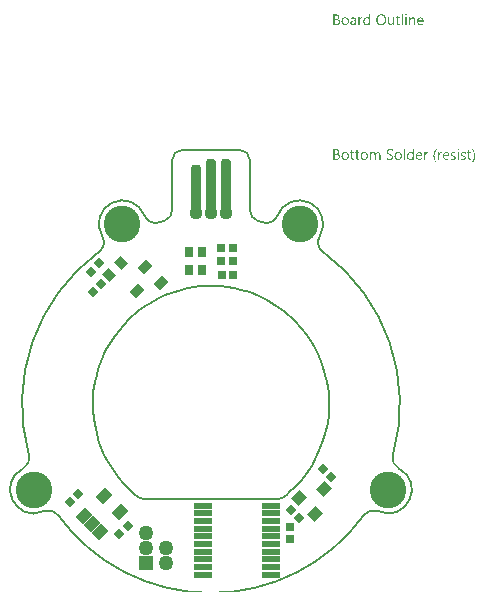
<source format=gbs>
G04*
G04 #@! TF.GenerationSoftware,Altium Limited,Altium Designer,21.9.2 (33)*
G04*
G04 Layer_Color=16711935*
%FSAX25Y25*%
%MOIN*%
G70*
G04*
G04 #@! TF.SameCoordinates,769468AF-EC4D-4854-9D34-422089E218C9*
G04*
G04*
G04 #@! TF.FilePolarity,Negative*
G04*
G01*
G75*
%ADD11C,0.00787*%
%ADD29R,0.02756X0.02559*%
G04:AMPARAMS|DCode=30|XSize=25.59mil|YSize=27.56mil|CornerRadius=0mil|HoleSize=0mil|Usage=FLASHONLY|Rotation=45.000|XOffset=0mil|YOffset=0mil|HoleType=Round|Shape=Rectangle|*
%AMROTATEDRECTD30*
4,1,4,0.00070,-0.01879,-0.01879,0.00070,-0.00070,0.01879,0.01879,-0.00070,0.00070,-0.01879,0.0*
%
%ADD30ROTATEDRECTD30*%

%ADD32R,0.04961X0.04961*%
%ADD33C,0.04961*%
%ADD34C,0.12205*%
%ADD36C,0.00591*%
%ADD44C,0.04370*%
G04:AMPARAMS|DCode=48|XSize=35.43mil|YSize=169.29mil|CornerRadius=13.82mil|HoleSize=0mil|Usage=FLASHONLY|Rotation=180.000|XOffset=0mil|YOffset=0mil|HoleType=Round|Shape=RoundedRectangle|*
%AMROUNDEDRECTD48*
21,1,0.03543,0.14165,0,0,180.0*
21,1,0.00780,0.16929,0,0,180.0*
1,1,0.02764,-0.00390,0.07083*
1,1,0.02764,0.00390,0.07083*
1,1,0.02764,0.00390,-0.07083*
1,1,0.02764,-0.00390,-0.07083*
%
%ADD48ROUNDEDRECTD48*%
G04:AMPARAMS|DCode=49|XSize=35.43mil|YSize=188.98mil|CornerRadius=13.82mil|HoleSize=0mil|Usage=FLASHONLY|Rotation=180.000|XOffset=0mil|YOffset=0mil|HoleType=Round|Shape=RoundedRectangle|*
%AMROUNDEDRECTD49*
21,1,0.03543,0.16134,0,0,180.0*
21,1,0.00780,0.18898,0,0,180.0*
1,1,0.02764,-0.00390,0.08067*
1,1,0.02764,0.00390,0.08067*
1,1,0.02764,0.00390,-0.08067*
1,1,0.02764,-0.00390,-0.08067*
%
%ADD49ROUNDEDRECTD49*%
%ADD60R,0.05906X0.02165*%
%ADD61R,0.02953X0.03543*%
G04:AMPARAMS|DCode=62|XSize=37.4mil|YSize=41.34mil|CornerRadius=0mil|HoleSize=0mil|Usage=FLASHONLY|Rotation=315.000|XOffset=0mil|YOffset=0mil|HoleType=Round|Shape=Rectangle|*
%AMROTATEDRECTD62*
4,1,4,-0.02784,-0.00139,0.00139,0.02784,0.02784,0.00139,-0.00139,-0.02784,-0.02784,-0.00139,0.0*
%
%ADD62ROTATEDRECTD62*%

G04:AMPARAMS|DCode=63|XSize=29.53mil|YSize=41.34mil|CornerRadius=0mil|HoleSize=0mil|Usage=FLASHONLY|Rotation=135.000|XOffset=0mil|YOffset=0mil|HoleType=Round|Shape=Rectangle|*
%AMROTATEDRECTD63*
4,1,4,0.02506,0.00418,-0.00418,-0.02506,-0.02506,-0.00418,0.00418,0.02506,0.02506,0.00418,0.0*
%
%ADD63ROTATEDRECTD63*%

G04:AMPARAMS|DCode=64|XSize=33.47mil|YSize=45.28mil|CornerRadius=0mil|HoleSize=0mil|Usage=FLASHONLY|Rotation=315.000|XOffset=0mil|YOffset=0mil|HoleType=Round|Shape=Rectangle|*
%AMROTATEDRECTD64*
4,1,4,-0.02784,-0.00418,0.00418,0.02784,0.02784,0.00418,-0.00418,-0.02784,-0.02784,-0.00418,0.0*
%
%ADD64ROTATEDRECTD64*%

G04:AMPARAMS|DCode=65|XSize=27.56mil|YSize=25.59mil|CornerRadius=0mil|HoleSize=0mil|Usage=FLASHONLY|Rotation=45.000|XOffset=0mil|YOffset=0mil|HoleType=Round|Shape=Rectangle|*
%AMROTATEDRECTD65*
4,1,4,-0.00070,-0.01879,-0.01879,-0.00070,0.00070,0.01879,0.01879,0.00070,-0.00070,-0.01879,0.0*
%
%ADD65ROTATEDRECTD65*%

G04:AMPARAMS|DCode=66|XSize=27.56mil|YSize=25.59mil|CornerRadius=0mil|HoleSize=0mil|Usage=FLASHONLY|Rotation=315.000|XOffset=0mil|YOffset=0mil|HoleType=Round|Shape=Rectangle|*
%AMROTATEDRECTD66*
4,1,4,-0.01879,0.00070,-0.00070,0.01879,0.01879,-0.00070,0.00070,-0.01879,-0.01879,0.00070,0.0*
%
%ADD66ROTATEDRECTD66*%

%ADD67R,0.02559X0.02756*%
G04:AMPARAMS|DCode=68|XSize=29.53mil|YSize=37.4mil|CornerRadius=0mil|HoleSize=0mil|Usage=FLASHONLY|Rotation=225.000|XOffset=0mil|YOffset=0mil|HoleType=Round|Shape=Rectangle|*
%AMROTATEDRECTD68*
4,1,4,-0.00278,0.02366,0.02366,-0.00278,0.00278,-0.02366,-0.02366,0.00278,-0.00278,0.02366,0.0*
%
%ADD68ROTATEDRECTD68*%

G36*
X0065056Y0129114D02*
X0065080D01*
X0065136Y0129089D01*
X0065167Y0129071D01*
X0065198Y0129046D01*
X0065204Y0129040D01*
X0065210Y0129033D01*
X0065241Y0128996D01*
X0065266Y0128934D01*
X0065272Y0128897D01*
X0065278Y0128860D01*
Y0128854D01*
Y0128841D01*
X0065272Y0128823D01*
X0065266Y0128798D01*
X0065247Y0128736D01*
X0065223Y0128705D01*
X0065198Y0128674D01*
X0065192D01*
X0065185Y0128662D01*
X0065148Y0128637D01*
X0065093Y0128612D01*
X0065056Y0128606D01*
X0065018Y0128600D01*
X0065000D01*
X0064981Y0128606D01*
X0064956D01*
X0064895Y0128631D01*
X0064864Y0128643D01*
X0064833Y0128668D01*
Y0128674D01*
X0064820Y0128681D01*
X0064808Y0128699D01*
X0064796Y0128718D01*
X0064771Y0128780D01*
X0064765Y0128817D01*
X0064758Y0128860D01*
Y0128866D01*
Y0128879D01*
X0064765Y0128897D01*
X0064771Y0128928D01*
X0064789Y0128984D01*
X0064808Y0129015D01*
X0064833Y0129046D01*
X0064839Y0129052D01*
X0064845Y0129058D01*
X0064882Y0129083D01*
X0064944Y0129108D01*
X0064981Y0129120D01*
X0065037D01*
X0065056Y0129114D01*
D02*
G37*
G36*
X0053066Y0125449D02*
X0052663D01*
Y0125870D01*
X0052651D01*
Y0125864D01*
X0052638Y0125852D01*
X0052620Y0125827D01*
X0052601Y0125796D01*
X0052570Y0125759D01*
X0052533Y0125722D01*
X0052490Y0125678D01*
X0052440Y0125635D01*
X0052385Y0125586D01*
X0052316Y0125542D01*
X0052248Y0125505D01*
X0052168Y0125468D01*
X0052087Y0125437D01*
X0051995Y0125412D01*
X0051896Y0125400D01*
X0051790Y0125394D01*
X0051747D01*
X0051710Y0125400D01*
X0051673Y0125406D01*
X0051623Y0125412D01*
X0051518Y0125437D01*
X0051394Y0125474D01*
X0051270Y0125536D01*
X0051202Y0125573D01*
X0051147Y0125617D01*
X0051085Y0125672D01*
X0051029Y0125728D01*
Y0125734D01*
X0051017Y0125747D01*
X0051004Y0125765D01*
X0050986Y0125790D01*
X0050967Y0125821D01*
X0050942Y0125864D01*
X0050918Y0125914D01*
X0050893Y0125969D01*
X0050862Y0126031D01*
X0050837Y0126099D01*
X0050812Y0126174D01*
X0050794Y0126254D01*
X0050775Y0126341D01*
X0050763Y0126440D01*
X0050757Y0126539D01*
X0050750Y0126644D01*
Y0126650D01*
Y0126669D01*
Y0126706D01*
X0050757Y0126749D01*
X0050763Y0126799D01*
X0050769Y0126861D01*
X0050775Y0126929D01*
X0050788Y0127003D01*
X0050825Y0127164D01*
X0050880Y0127331D01*
X0050918Y0127412D01*
X0050961Y0127492D01*
X0051004Y0127566D01*
X0051060Y0127641D01*
X0051066Y0127647D01*
X0051072Y0127659D01*
X0051091Y0127678D01*
X0051116Y0127703D01*
X0051147Y0127727D01*
X0051190Y0127758D01*
X0051233Y0127795D01*
X0051283Y0127832D01*
X0051407Y0127901D01*
X0051549Y0127963D01*
X0051629Y0127981D01*
X0051716Y0128000D01*
X0051803Y0128012D01*
X0051902Y0128018D01*
X0051951D01*
X0051988Y0128012D01*
X0052026Y0128006D01*
X0052075Y0128000D01*
X0052187Y0127969D01*
X0052310Y0127919D01*
X0052372Y0127888D01*
X0052434Y0127845D01*
X0052496Y0127802D01*
X0052552Y0127746D01*
X0052601Y0127684D01*
X0052651Y0127610D01*
X0052663D01*
Y0129170D01*
X0053066D01*
Y0125449D01*
D02*
G37*
G36*
X0067334Y0128012D02*
X0067408Y0128006D01*
X0067501Y0127987D01*
X0067600Y0127956D01*
X0067705Y0127907D01*
X0067810Y0127839D01*
X0067853Y0127802D01*
X0067897Y0127752D01*
X0067909Y0127740D01*
X0067934Y0127703D01*
X0067965Y0127641D01*
X0068008Y0127554D01*
X0068045Y0127449D01*
X0068082Y0127319D01*
X0068107Y0127164D01*
X0068113Y0126985D01*
Y0125449D01*
X0067711D01*
Y0126879D01*
Y0126885D01*
Y0126916D01*
X0067705Y0126954D01*
Y0127003D01*
X0067693Y0127065D01*
X0067680Y0127133D01*
X0067661Y0127207D01*
X0067637Y0127282D01*
X0067606Y0127356D01*
X0067569Y0127424D01*
X0067519Y0127492D01*
X0067463Y0127554D01*
X0067401Y0127603D01*
X0067321Y0127641D01*
X0067234Y0127672D01*
X0067129Y0127678D01*
X0067117D01*
X0067080Y0127672D01*
X0067024Y0127665D01*
X0066956Y0127647D01*
X0066875Y0127622D01*
X0066789Y0127579D01*
X0066708Y0127523D01*
X0066628Y0127449D01*
X0066622Y0127436D01*
X0066597Y0127412D01*
X0066566Y0127362D01*
X0066529Y0127294D01*
X0066492Y0127214D01*
X0066461Y0127114D01*
X0066436Y0127003D01*
X0066430Y0126879D01*
Y0125449D01*
X0066027D01*
Y0127963D01*
X0066430D01*
Y0127542D01*
X0066442D01*
X0066448Y0127548D01*
X0066454Y0127560D01*
X0066473Y0127585D01*
X0066498Y0127616D01*
X0066523Y0127653D01*
X0066560Y0127690D01*
X0066603Y0127734D01*
X0066653Y0127783D01*
X0066708Y0127826D01*
X0066770Y0127870D01*
X0066838Y0127907D01*
X0066913Y0127944D01*
X0066987Y0127975D01*
X0067074Y0128000D01*
X0067166Y0128012D01*
X0067265Y0128018D01*
X0067303D01*
X0067334Y0128012D01*
D02*
G37*
G36*
X0050336Y0128000D02*
X0050410Y0127994D01*
X0050453Y0127981D01*
X0050484Y0127969D01*
Y0127554D01*
X0050478Y0127560D01*
X0050466Y0127566D01*
X0050441Y0127579D01*
X0050410Y0127597D01*
X0050367Y0127610D01*
X0050311Y0127622D01*
X0050249Y0127628D01*
X0050181Y0127635D01*
X0050169D01*
X0050138Y0127628D01*
X0050088Y0127622D01*
X0050032Y0127603D01*
X0049958Y0127573D01*
X0049890Y0127529D01*
X0049816Y0127467D01*
X0049748Y0127387D01*
X0049742Y0127374D01*
X0049723Y0127343D01*
X0049692Y0127288D01*
X0049661Y0127214D01*
X0049630Y0127121D01*
X0049599Y0127003D01*
X0049580Y0126873D01*
X0049574Y0126725D01*
Y0125449D01*
X0049172D01*
Y0127963D01*
X0049574D01*
Y0127443D01*
X0049587D01*
Y0127449D01*
X0049593Y0127455D01*
X0049605Y0127486D01*
X0049624Y0127535D01*
X0049655Y0127597D01*
X0049686Y0127659D01*
X0049735Y0127727D01*
X0049785Y0127795D01*
X0049847Y0127857D01*
X0049853Y0127864D01*
X0049878Y0127882D01*
X0049915Y0127907D01*
X0049964Y0127932D01*
X0050020Y0127956D01*
X0050088Y0127981D01*
X0050162Y0128000D01*
X0050243Y0128006D01*
X0050299D01*
X0050336Y0128000D01*
D02*
G37*
G36*
X0061075Y0125449D02*
X0060673D01*
Y0125846D01*
X0060661D01*
Y0125839D01*
X0060648Y0125827D01*
X0060636Y0125802D01*
X0060611Y0125777D01*
X0060555Y0125703D01*
X0060469Y0125623D01*
X0060419Y0125579D01*
X0060364Y0125536D01*
X0060302Y0125499D01*
X0060227Y0125462D01*
X0060153Y0125437D01*
X0060073Y0125412D01*
X0059980Y0125400D01*
X0059887Y0125394D01*
X0059850D01*
X0059806Y0125400D01*
X0059745Y0125412D01*
X0059676Y0125425D01*
X0059602Y0125449D01*
X0059522Y0125480D01*
X0059441Y0125530D01*
X0059355Y0125586D01*
X0059274Y0125654D01*
X0059200Y0125740D01*
X0059132Y0125846D01*
X0059070Y0125963D01*
X0059026Y0126105D01*
X0059002Y0126273D01*
X0058989Y0126359D01*
Y0126458D01*
Y0127963D01*
X0059386D01*
Y0126520D01*
Y0126514D01*
Y0126489D01*
X0059392Y0126446D01*
X0059398Y0126397D01*
X0059404Y0126335D01*
X0059416Y0126273D01*
X0059435Y0126198D01*
X0059460Y0126124D01*
X0059497Y0126050D01*
X0059534Y0125982D01*
X0059584Y0125914D01*
X0059645Y0125852D01*
X0059714Y0125802D01*
X0059794Y0125765D01*
X0059893Y0125734D01*
X0059998Y0125728D01*
X0060011D01*
X0060048Y0125734D01*
X0060103Y0125740D01*
X0060165Y0125753D01*
X0060246Y0125784D01*
X0060326Y0125821D01*
X0060407Y0125870D01*
X0060481Y0125945D01*
X0060487Y0125957D01*
X0060512Y0125982D01*
X0060543Y0126031D01*
X0060580Y0126099D01*
X0060611Y0126180D01*
X0060642Y0126279D01*
X0060667Y0126390D01*
X0060673Y0126514D01*
Y0127963D01*
X0061075D01*
Y0125449D01*
D02*
G37*
G36*
X0065210D02*
X0064808D01*
Y0127963D01*
X0065210D01*
Y0125449D01*
D02*
G37*
G36*
X0063991D02*
X0063589D01*
Y0129170D01*
X0063991D01*
Y0125449D01*
D02*
G37*
G36*
X0047612Y0128012D02*
X0047668Y0128006D01*
X0047736Y0127987D01*
X0047810Y0127969D01*
X0047891Y0127938D01*
X0047977Y0127901D01*
X0048058Y0127851D01*
X0048138Y0127789D01*
X0048213Y0127715D01*
X0048281Y0127622D01*
X0048336Y0127517D01*
X0048380Y0127393D01*
X0048404Y0127251D01*
X0048417Y0127084D01*
Y0125449D01*
X0048015D01*
Y0125839D01*
X0048002D01*
Y0125833D01*
X0047990Y0125821D01*
X0047977Y0125796D01*
X0047953Y0125771D01*
X0047891Y0125697D01*
X0047810Y0125617D01*
X0047699Y0125536D01*
X0047569Y0125462D01*
X0047488Y0125437D01*
X0047408Y0125412D01*
X0047321Y0125400D01*
X0047228Y0125394D01*
X0047191D01*
X0047166Y0125400D01*
X0047098Y0125406D01*
X0047018Y0125418D01*
X0046919Y0125443D01*
X0046826Y0125474D01*
X0046727Y0125524D01*
X0046640Y0125586D01*
X0046634Y0125598D01*
X0046609Y0125623D01*
X0046572Y0125666D01*
X0046535Y0125728D01*
X0046498Y0125802D01*
X0046461Y0125889D01*
X0046436Y0125994D01*
X0046430Y0126112D01*
Y0126118D01*
Y0126143D01*
X0046436Y0126180D01*
X0046442Y0126223D01*
X0046455Y0126279D01*
X0046473Y0126341D01*
X0046498Y0126409D01*
X0046535Y0126477D01*
X0046578Y0126551D01*
X0046634Y0126626D01*
X0046702Y0126694D01*
X0046783Y0126755D01*
X0046876Y0126817D01*
X0046987Y0126867D01*
X0047111Y0126904D01*
X0047259Y0126935D01*
X0048015Y0127040D01*
Y0127046D01*
Y0127065D01*
X0048008Y0127102D01*
Y0127139D01*
X0047996Y0127189D01*
X0047990Y0127244D01*
X0047953Y0127362D01*
X0047922Y0127418D01*
X0047891Y0127473D01*
X0047847Y0127529D01*
X0047798Y0127579D01*
X0047736Y0127622D01*
X0047668Y0127653D01*
X0047587Y0127672D01*
X0047495Y0127678D01*
X0047451D01*
X0047420Y0127672D01*
X0047377D01*
X0047334Y0127659D01*
X0047222Y0127641D01*
X0047098Y0127603D01*
X0046962Y0127548D01*
X0046888Y0127511D01*
X0046820Y0127473D01*
X0046745Y0127424D01*
X0046677Y0127368D01*
Y0127783D01*
X0046684D01*
X0046696Y0127795D01*
X0046715Y0127808D01*
X0046745Y0127820D01*
X0046777Y0127839D01*
X0046820Y0127857D01*
X0046869Y0127876D01*
X0046925Y0127901D01*
X0047049Y0127944D01*
X0047197Y0127981D01*
X0047358Y0128006D01*
X0047532Y0128018D01*
X0047569D01*
X0047612Y0128012D01*
D02*
G37*
G36*
X0041923Y0128959D02*
X0041967D01*
X0042010Y0128953D01*
X0042109Y0128941D01*
X0042227Y0128910D01*
X0042351Y0128873D01*
X0042468Y0128817D01*
X0042573Y0128743D01*
X0042580D01*
X0042586Y0128730D01*
X0042617Y0128705D01*
X0042660Y0128656D01*
X0042710Y0128588D01*
X0042753Y0128501D01*
X0042796Y0128402D01*
X0042827Y0128291D01*
X0042840Y0128229D01*
Y0128161D01*
Y0128154D01*
Y0128148D01*
Y0128111D01*
X0042833Y0128055D01*
X0042821Y0127987D01*
X0042803Y0127901D01*
X0042772Y0127814D01*
X0042734Y0127727D01*
X0042679Y0127641D01*
X0042673Y0127628D01*
X0042648Y0127603D01*
X0042611Y0127566D01*
X0042561Y0127517D01*
X0042499Y0127467D01*
X0042425Y0127412D01*
X0042332Y0127368D01*
X0042233Y0127325D01*
Y0127319D01*
X0042252D01*
X0042270Y0127313D01*
X0042289Y0127306D01*
X0042357Y0127294D01*
X0042437Y0127269D01*
X0042524Y0127232D01*
X0042617Y0127189D01*
X0042710Y0127127D01*
X0042796Y0127046D01*
X0042809Y0127034D01*
X0042833Y0127003D01*
X0042864Y0126960D01*
X0042908Y0126892D01*
X0042945Y0126805D01*
X0042982Y0126706D01*
X0043007Y0126588D01*
X0043013Y0126458D01*
Y0126452D01*
Y0126440D01*
Y0126415D01*
X0043007Y0126384D01*
X0043001Y0126347D01*
X0042994Y0126304D01*
X0042970Y0126198D01*
X0042933Y0126081D01*
X0042877Y0125957D01*
X0042840Y0125901D01*
X0042796Y0125839D01*
X0042741Y0125784D01*
X0042685Y0125728D01*
X0042679D01*
X0042673Y0125716D01*
X0042654Y0125703D01*
X0042629Y0125685D01*
X0042598Y0125666D01*
X0042555Y0125641D01*
X0042462Y0125592D01*
X0042344Y0125536D01*
X0042208Y0125493D01*
X0042047Y0125462D01*
X0041967Y0125456D01*
X0041874Y0125449D01*
X0040846D01*
Y0128965D01*
X0041892D01*
X0041923Y0128959D01*
D02*
G37*
G36*
X0062419Y0127963D02*
X0063056D01*
Y0127616D01*
X0062419D01*
Y0126198D01*
Y0126186D01*
Y0126155D01*
X0062425Y0126112D01*
X0062431Y0126056D01*
X0062456Y0125938D01*
X0062474Y0125883D01*
X0062505Y0125839D01*
X0062511Y0125833D01*
X0062524Y0125821D01*
X0062542Y0125808D01*
X0062573Y0125790D01*
X0062611Y0125765D01*
X0062660Y0125753D01*
X0062722Y0125740D01*
X0062790Y0125734D01*
X0062815D01*
X0062846Y0125740D01*
X0062883Y0125747D01*
X0062969Y0125771D01*
X0063013Y0125790D01*
X0063056Y0125815D01*
Y0125468D01*
X0063050D01*
X0063031Y0125456D01*
X0063001Y0125449D01*
X0062957Y0125437D01*
X0062901Y0125425D01*
X0062840Y0125412D01*
X0062765Y0125406D01*
X0062679Y0125400D01*
X0062648D01*
X0062617Y0125406D01*
X0062573Y0125412D01*
X0062524Y0125425D01*
X0062468Y0125437D01*
X0062412Y0125462D01*
X0062350Y0125493D01*
X0062289Y0125530D01*
X0062227Y0125579D01*
X0062171Y0125635D01*
X0062121Y0125709D01*
X0062078Y0125790D01*
X0062047Y0125889D01*
X0062022Y0126000D01*
X0062016Y0126130D01*
Y0127616D01*
X0061589D01*
Y0127963D01*
X0062016D01*
Y0128575D01*
X0062419Y0128705D01*
Y0127963D01*
D02*
G37*
G36*
X0069946Y0128012D02*
X0069989Y0128006D01*
X0070032Y0128000D01*
X0070144Y0127981D01*
X0070267Y0127938D01*
X0070391Y0127882D01*
X0070453Y0127845D01*
X0070515Y0127802D01*
X0070571Y0127752D01*
X0070626Y0127696D01*
X0070633Y0127690D01*
X0070639Y0127684D01*
X0070651Y0127665D01*
X0070670Y0127641D01*
X0070688Y0127603D01*
X0070713Y0127566D01*
X0070738Y0127523D01*
X0070763Y0127467D01*
X0070788Y0127405D01*
X0070812Y0127343D01*
X0070837Y0127269D01*
X0070856Y0127189D01*
X0070874Y0127102D01*
X0070886Y0127015D01*
X0070899Y0126916D01*
Y0126811D01*
Y0126601D01*
X0069122D01*
Y0126595D01*
Y0126582D01*
Y0126564D01*
X0069129Y0126533D01*
X0069135Y0126496D01*
Y0126458D01*
X0069153Y0126359D01*
X0069184Y0126260D01*
X0069221Y0126149D01*
X0069277Y0126044D01*
X0069345Y0125951D01*
X0069358Y0125938D01*
X0069382Y0125914D01*
X0069432Y0125883D01*
X0069500Y0125839D01*
X0069587Y0125796D01*
X0069686Y0125765D01*
X0069803Y0125740D01*
X0069939Y0125728D01*
X0069983D01*
X0070014Y0125734D01*
X0070051D01*
X0070094Y0125740D01*
X0070199Y0125765D01*
X0070317Y0125796D01*
X0070447Y0125846D01*
X0070583Y0125914D01*
X0070651Y0125957D01*
X0070719Y0126006D01*
Y0125629D01*
X0070713D01*
X0070707Y0125617D01*
X0070688Y0125610D01*
X0070657Y0125592D01*
X0070626Y0125573D01*
X0070589Y0125555D01*
X0070540Y0125536D01*
X0070490Y0125511D01*
X0070428Y0125487D01*
X0070360Y0125468D01*
X0070212Y0125431D01*
X0070038Y0125406D01*
X0069847Y0125394D01*
X0069797D01*
X0069760Y0125400D01*
X0069717Y0125406D01*
X0069661Y0125412D01*
X0069543Y0125437D01*
X0069407Y0125474D01*
X0069271Y0125536D01*
X0069203Y0125579D01*
X0069135Y0125623D01*
X0069073Y0125672D01*
X0069011Y0125734D01*
X0069005Y0125740D01*
X0068999Y0125753D01*
X0068986Y0125771D01*
X0068961Y0125796D01*
X0068943Y0125833D01*
X0068918Y0125876D01*
X0068887Y0125926D01*
X0068862Y0125982D01*
X0068831Y0126044D01*
X0068807Y0126118D01*
X0068776Y0126198D01*
X0068757Y0126285D01*
X0068739Y0126378D01*
X0068720Y0126477D01*
X0068714Y0126582D01*
X0068708Y0126694D01*
Y0126700D01*
Y0126718D01*
Y0126749D01*
X0068714Y0126793D01*
X0068720Y0126842D01*
X0068726Y0126898D01*
X0068732Y0126966D01*
X0068751Y0127034D01*
X0068788Y0127183D01*
X0068844Y0127343D01*
X0068881Y0127424D01*
X0068931Y0127498D01*
X0068980Y0127579D01*
X0069036Y0127647D01*
X0069042Y0127653D01*
X0069054Y0127665D01*
X0069073Y0127684D01*
X0069098Y0127703D01*
X0069129Y0127734D01*
X0069166Y0127764D01*
X0069215Y0127795D01*
X0069265Y0127832D01*
X0069382Y0127901D01*
X0069525Y0127963D01*
X0069605Y0127981D01*
X0069686Y0128000D01*
X0069772Y0128012D01*
X0069865Y0128018D01*
X0069915D01*
X0069946Y0128012D01*
D02*
G37*
G36*
X0056903Y0129021D02*
X0056965Y0129015D01*
X0057039Y0129002D01*
X0057120Y0128984D01*
X0057207Y0128965D01*
X0057293Y0128941D01*
X0057392Y0128910D01*
X0057485Y0128866D01*
X0057584Y0128817D01*
X0057683Y0128761D01*
X0057776Y0128693D01*
X0057869Y0128619D01*
X0057956Y0128532D01*
X0057962Y0128526D01*
X0057974Y0128507D01*
X0057999Y0128482D01*
X0058024Y0128445D01*
X0058061Y0128396D01*
X0058098Y0128334D01*
X0058135Y0128266D01*
X0058178Y0128192D01*
X0058222Y0128099D01*
X0058259Y0128006D01*
X0058296Y0127901D01*
X0058333Y0127783D01*
X0058358Y0127665D01*
X0058383Y0127535D01*
X0058395Y0127393D01*
X0058401Y0127251D01*
Y0127238D01*
Y0127214D01*
Y0127170D01*
X0058395Y0127108D01*
X0058389Y0127034D01*
X0058376Y0126954D01*
X0058364Y0126861D01*
X0058346Y0126755D01*
X0058321Y0126650D01*
X0058290Y0126539D01*
X0058253Y0126427D01*
X0058209Y0126316D01*
X0058154Y0126198D01*
X0058092Y0126093D01*
X0058024Y0125988D01*
X0057943Y0125889D01*
X0057937Y0125883D01*
X0057925Y0125870D01*
X0057894Y0125846D01*
X0057863Y0125815D01*
X0057813Y0125771D01*
X0057758Y0125734D01*
X0057696Y0125685D01*
X0057621Y0125641D01*
X0057541Y0125598D01*
X0057448Y0125548D01*
X0057349Y0125511D01*
X0057238Y0125474D01*
X0057120Y0125437D01*
X0056996Y0125412D01*
X0056866Y0125400D01*
X0056724Y0125394D01*
X0056693D01*
X0056650Y0125400D01*
X0056600D01*
X0056538Y0125406D01*
X0056464Y0125418D01*
X0056383Y0125437D01*
X0056291Y0125456D01*
X0056198Y0125480D01*
X0056099Y0125511D01*
X0056000Y0125555D01*
X0055901Y0125598D01*
X0055801Y0125654D01*
X0055702Y0125722D01*
X0055610Y0125796D01*
X0055523Y0125883D01*
X0055517Y0125889D01*
X0055504Y0125908D01*
X0055480Y0125932D01*
X0055455Y0125969D01*
X0055418Y0126019D01*
X0055381Y0126081D01*
X0055343Y0126149D01*
X0055300Y0126229D01*
X0055257Y0126316D01*
X0055220Y0126409D01*
X0055182Y0126514D01*
X0055145Y0126632D01*
X0055121Y0126749D01*
X0055096Y0126879D01*
X0055083Y0127022D01*
X0055077Y0127164D01*
Y0127176D01*
Y0127201D01*
X0055083Y0127244D01*
Y0127306D01*
X0055090Y0127374D01*
X0055102Y0127461D01*
X0055114Y0127554D01*
X0055133Y0127653D01*
X0055158Y0127758D01*
X0055189Y0127870D01*
X0055226Y0127981D01*
X0055269Y0128093D01*
X0055325Y0128204D01*
X0055387Y0128315D01*
X0055455Y0128421D01*
X0055535Y0128520D01*
X0055541Y0128526D01*
X0055554Y0128544D01*
X0055585Y0128569D01*
X0055622Y0128600D01*
X0055665Y0128637D01*
X0055721Y0128681D01*
X0055789Y0128724D01*
X0055863Y0128773D01*
X0055950Y0128823D01*
X0056043Y0128866D01*
X0056142Y0128910D01*
X0056253Y0128947D01*
X0056377Y0128978D01*
X0056507Y0129009D01*
X0056643Y0129021D01*
X0056786Y0129027D01*
X0056854D01*
X0056903Y0129021D01*
D02*
G37*
G36*
X0044876Y0128012D02*
X0044919Y0128006D01*
X0044975Y0128000D01*
X0045099Y0127975D01*
X0045241Y0127932D01*
X0045384Y0127870D01*
X0045458Y0127832D01*
X0045526Y0127789D01*
X0045594Y0127734D01*
X0045656Y0127672D01*
X0045662Y0127665D01*
X0045669Y0127653D01*
X0045687Y0127635D01*
X0045706Y0127610D01*
X0045730Y0127573D01*
X0045755Y0127529D01*
X0045786Y0127480D01*
X0045817Y0127424D01*
X0045842Y0127356D01*
X0045873Y0127288D01*
X0045897Y0127207D01*
X0045922Y0127121D01*
X0045941Y0127028D01*
X0045959Y0126929D01*
X0045966Y0126824D01*
X0045972Y0126712D01*
Y0126706D01*
Y0126687D01*
Y0126656D01*
X0045966Y0126613D01*
X0045959Y0126564D01*
X0045953Y0126502D01*
X0045941Y0126440D01*
X0045928Y0126365D01*
X0045891Y0126217D01*
X0045829Y0126056D01*
X0045792Y0125976D01*
X0045743Y0125895D01*
X0045693Y0125821D01*
X0045631Y0125753D01*
X0045625Y0125747D01*
X0045613Y0125740D01*
X0045594Y0125722D01*
X0045569Y0125697D01*
X0045532Y0125672D01*
X0045495Y0125641D01*
X0045446Y0125604D01*
X0045390Y0125573D01*
X0045328Y0125542D01*
X0045260Y0125505D01*
X0045186Y0125474D01*
X0045105Y0125449D01*
X0045019Y0125425D01*
X0044926Y0125412D01*
X0044827Y0125400D01*
X0044721Y0125394D01*
X0044666D01*
X0044629Y0125400D01*
X0044585Y0125406D01*
X0044530Y0125412D01*
X0044468Y0125425D01*
X0044399Y0125437D01*
X0044257Y0125480D01*
X0044109Y0125542D01*
X0044034Y0125579D01*
X0043966Y0125629D01*
X0043898Y0125678D01*
X0043830Y0125740D01*
X0043824Y0125747D01*
X0043818Y0125759D01*
X0043799Y0125777D01*
X0043780Y0125802D01*
X0043756Y0125839D01*
X0043725Y0125883D01*
X0043694Y0125932D01*
X0043669Y0125988D01*
X0043638Y0126056D01*
X0043607Y0126124D01*
X0043576Y0126198D01*
X0043551Y0126285D01*
X0043514Y0126471D01*
X0043508Y0126570D01*
X0043502Y0126675D01*
Y0126681D01*
Y0126706D01*
Y0126737D01*
X0043508Y0126780D01*
X0043514Y0126830D01*
X0043521Y0126892D01*
X0043533Y0126960D01*
X0043545Y0127034D01*
X0043582Y0127195D01*
X0043644Y0127356D01*
X0043688Y0127436D01*
X0043731Y0127517D01*
X0043780Y0127591D01*
X0043842Y0127659D01*
X0043849Y0127665D01*
X0043861Y0127678D01*
X0043880Y0127690D01*
X0043904Y0127715D01*
X0043941Y0127740D01*
X0043985Y0127771D01*
X0044034Y0127808D01*
X0044090Y0127839D01*
X0044152Y0127870D01*
X0044226Y0127907D01*
X0044300Y0127938D01*
X0044387Y0127963D01*
X0044474Y0127987D01*
X0044573Y0128006D01*
X0044678Y0128012D01*
X0044783Y0128018D01*
X0044839D01*
X0044876Y0128012D01*
D02*
G37*
G36*
X0082487Y0084187D02*
X0082511D01*
X0082567Y0084163D01*
X0082598Y0084144D01*
X0082629Y0084119D01*
X0082635Y0084113D01*
X0082641Y0084107D01*
X0082672Y0084070D01*
X0082697Y0084008D01*
X0082703Y0083971D01*
X0082709Y0083934D01*
Y0083927D01*
Y0083915D01*
X0082703Y0083896D01*
X0082697Y0083872D01*
X0082679Y0083810D01*
X0082654Y0083779D01*
X0082629Y0083748D01*
X0082623D01*
X0082617Y0083736D01*
X0082579Y0083711D01*
X0082524Y0083686D01*
X0082487Y0083680D01*
X0082449Y0083674D01*
X0082431D01*
X0082412Y0083680D01*
X0082388D01*
X0082326Y0083705D01*
X0082295Y0083717D01*
X0082264Y0083742D01*
Y0083748D01*
X0082251Y0083754D01*
X0082239Y0083773D01*
X0082227Y0083791D01*
X0082202Y0083853D01*
X0082196Y0083890D01*
X0082189Y0083934D01*
Y0083940D01*
Y0083952D01*
X0082196Y0083971D01*
X0082202Y0084002D01*
X0082220Y0084057D01*
X0082239Y0084088D01*
X0082264Y0084119D01*
X0082270Y0084126D01*
X0082276Y0084132D01*
X0082313Y0084156D01*
X0082375Y0084181D01*
X0082412Y0084194D01*
X0082468D01*
X0082487Y0084187D01*
D02*
G37*
G36*
X0059918Y0084095D02*
X0059967D01*
X0060079Y0084082D01*
X0060203Y0084070D01*
X0060326Y0084045D01*
X0060444Y0084014D01*
X0060493Y0083995D01*
X0060543Y0083971D01*
Y0083507D01*
X0060537D01*
X0060531Y0083519D01*
X0060512Y0083525D01*
X0060487Y0083544D01*
X0060456Y0083556D01*
X0060419Y0083575D01*
X0060326Y0083618D01*
X0060215Y0083655D01*
X0060079Y0083692D01*
X0059918Y0083717D01*
X0059745Y0083723D01*
X0059695D01*
X0059658Y0083717D01*
X0059621D01*
X0059571Y0083711D01*
X0059472Y0083692D01*
X0059466D01*
X0059447Y0083686D01*
X0059423Y0083680D01*
X0059392Y0083674D01*
X0059317Y0083643D01*
X0059231Y0083605D01*
X0059224D01*
X0059212Y0083593D01*
X0059194Y0083581D01*
X0059169Y0083562D01*
X0059113Y0083507D01*
X0059057Y0083438D01*
Y0083432D01*
X0059045Y0083420D01*
X0059039Y0083401D01*
X0059026Y0083370D01*
X0059014Y0083333D01*
X0059008Y0083296D01*
X0058995Y0083197D01*
Y0083191D01*
Y0083172D01*
Y0083148D01*
X0059002Y0083117D01*
X0059014Y0083042D01*
X0059045Y0082962D01*
Y0082956D01*
X0059057Y0082943D01*
X0059064Y0082925D01*
X0059082Y0082900D01*
X0059132Y0082844D01*
X0059194Y0082782D01*
X0059200Y0082776D01*
X0059212Y0082770D01*
X0059231Y0082751D01*
X0059262Y0082733D01*
X0059299Y0082708D01*
X0059336Y0082683D01*
X0059435Y0082621D01*
X0059441Y0082615D01*
X0059460Y0082609D01*
X0059491Y0082590D01*
X0059528Y0082572D01*
X0059577Y0082547D01*
X0059633Y0082522D01*
X0059757Y0082460D01*
X0059763Y0082454D01*
X0059788Y0082442D01*
X0059825Y0082423D01*
X0059874Y0082398D01*
X0059930Y0082374D01*
X0059992Y0082337D01*
X0060116Y0082262D01*
X0060122Y0082256D01*
X0060147Y0082244D01*
X0060178Y0082225D01*
X0060221Y0082194D01*
X0060314Y0082120D01*
X0060413Y0082033D01*
X0060419Y0082027D01*
X0060438Y0082015D01*
X0060456Y0081984D01*
X0060487Y0081953D01*
X0060518Y0081910D01*
X0060555Y0081866D01*
X0060617Y0081755D01*
X0060624Y0081748D01*
X0060630Y0081730D01*
X0060642Y0081699D01*
X0060654Y0081656D01*
X0060667Y0081606D01*
X0060679Y0081544D01*
X0060692Y0081482D01*
Y0081408D01*
Y0081396D01*
Y0081365D01*
X0060685Y0081315D01*
X0060679Y0081253D01*
X0060667Y0081185D01*
X0060648Y0081111D01*
X0060624Y0081037D01*
X0060586Y0080969D01*
X0060580Y0080962D01*
X0060568Y0080938D01*
X0060543Y0080907D01*
X0060518Y0080863D01*
X0060475Y0080820D01*
X0060432Y0080770D01*
X0060376Y0080721D01*
X0060314Y0080672D01*
X0060308Y0080665D01*
X0060283Y0080653D01*
X0060246Y0080634D01*
X0060196Y0080610D01*
X0060141Y0080585D01*
X0060073Y0080560D01*
X0059992Y0080535D01*
X0059912Y0080517D01*
X0059899D01*
X0059874Y0080510D01*
X0059831Y0080504D01*
X0059769Y0080492D01*
X0059701Y0080486D01*
X0059621Y0080473D01*
X0059534Y0080467D01*
X0059386D01*
X0059317Y0080473D01*
X0059231Y0080480D01*
X0059212D01*
X0059187Y0080486D01*
X0059157Y0080492D01*
X0059076Y0080498D01*
X0058983Y0080517D01*
X0058977D01*
X0058958Y0080523D01*
X0058934Y0080529D01*
X0058903Y0080535D01*
X0058828Y0080554D01*
X0058742Y0080579D01*
X0058736D01*
X0058723Y0080585D01*
X0058705Y0080591D01*
X0058680Y0080603D01*
X0058618Y0080628D01*
X0058556Y0080665D01*
Y0081148D01*
X0058562Y0081142D01*
X0058575Y0081136D01*
X0058587Y0081123D01*
X0058612Y0081105D01*
X0058680Y0081061D01*
X0058760Y0081012D01*
X0058767D01*
X0058779Y0081006D01*
X0058804Y0080993D01*
X0058835Y0080981D01*
X0058915Y0080944D01*
X0059002Y0080913D01*
X0059008D01*
X0059026Y0080907D01*
X0059051Y0080901D01*
X0059082Y0080894D01*
X0059169Y0080870D01*
X0059262Y0080851D01*
X0059286D01*
X0059311Y0080845D01*
X0059342D01*
X0059416Y0080839D01*
X0059503Y0080832D01*
X0059565D01*
X0059633Y0080839D01*
X0059720Y0080851D01*
X0059813Y0080863D01*
X0059905Y0080888D01*
X0059992Y0080925D01*
X0060073Y0080969D01*
X0060079Y0080975D01*
X0060103Y0080993D01*
X0060135Y0081030D01*
X0060165Y0081074D01*
X0060203Y0081129D01*
X0060227Y0081204D01*
X0060252Y0081284D01*
X0060258Y0081377D01*
Y0081383D01*
Y0081402D01*
Y0081427D01*
X0060252Y0081464D01*
X0060233Y0081544D01*
X0060196Y0081625D01*
Y0081631D01*
X0060184Y0081643D01*
X0060172Y0081662D01*
X0060153Y0081687D01*
X0060097Y0081748D01*
X0060023Y0081817D01*
X0060017Y0081823D01*
X0060005Y0081835D01*
X0059980Y0081848D01*
X0059949Y0081872D01*
X0059912Y0081897D01*
X0059868Y0081928D01*
X0059763Y0081984D01*
X0059757Y0081990D01*
X0059738Y0081996D01*
X0059707Y0082015D01*
X0059664Y0082033D01*
X0059621Y0082064D01*
X0059565Y0082089D01*
X0059435Y0082157D01*
X0059429Y0082163D01*
X0059404Y0082176D01*
X0059367Y0082194D01*
X0059324Y0082213D01*
X0059274Y0082244D01*
X0059218Y0082275D01*
X0059095Y0082343D01*
X0059088Y0082349D01*
X0059070Y0082361D01*
X0059039Y0082380D01*
X0059002Y0082405D01*
X0058909Y0082473D01*
X0058816Y0082553D01*
X0058810Y0082559D01*
X0058797Y0082572D01*
X0058773Y0082597D01*
X0058748Y0082627D01*
X0058717Y0082671D01*
X0058686Y0082714D01*
X0058630Y0082813D01*
Y0082819D01*
X0058618Y0082838D01*
X0058612Y0082869D01*
X0058599Y0082912D01*
X0058587Y0082962D01*
X0058575Y0083024D01*
X0058568Y0083086D01*
X0058562Y0083160D01*
Y0083172D01*
Y0083203D01*
X0058568Y0083246D01*
X0058575Y0083302D01*
X0058587Y0083370D01*
X0058606Y0083438D01*
X0058630Y0083507D01*
X0058667Y0083575D01*
X0058674Y0083581D01*
X0058686Y0083605D01*
X0058711Y0083636D01*
X0058742Y0083680D01*
X0058779Y0083723D01*
X0058828Y0083773D01*
X0058884Y0083822D01*
X0058946Y0083865D01*
X0058952Y0083872D01*
X0058977Y0083884D01*
X0059014Y0083909D01*
X0059057Y0083934D01*
X0059119Y0083958D01*
X0059181Y0083989D01*
X0059255Y0084014D01*
X0059336Y0084039D01*
X0059348D01*
X0059373Y0084051D01*
X0059416Y0084057D01*
X0059478Y0084070D01*
X0059546Y0084082D01*
X0059621Y0084088D01*
X0059788Y0084101D01*
X0059874D01*
X0059918Y0084095D01*
D02*
G37*
G36*
X0067649Y0080523D02*
X0067247D01*
Y0080944D01*
X0067234D01*
Y0080938D01*
X0067222Y0080925D01*
X0067203Y0080901D01*
X0067185Y0080870D01*
X0067154Y0080832D01*
X0067117Y0080795D01*
X0067074Y0080752D01*
X0067024Y0080709D01*
X0066968Y0080659D01*
X0066900Y0080616D01*
X0066832Y0080579D01*
X0066752Y0080541D01*
X0066671Y0080510D01*
X0066578Y0080486D01*
X0066479Y0080473D01*
X0066374Y0080467D01*
X0066331D01*
X0066294Y0080473D01*
X0066256Y0080480D01*
X0066207Y0080486D01*
X0066102Y0080510D01*
X0065978Y0080548D01*
X0065854Y0080610D01*
X0065786Y0080647D01*
X0065730Y0080690D01*
X0065668Y0080746D01*
X0065613Y0080801D01*
Y0080808D01*
X0065600Y0080820D01*
X0065588Y0080839D01*
X0065569Y0080863D01*
X0065551Y0080894D01*
X0065526Y0080938D01*
X0065501Y0080987D01*
X0065476Y0081043D01*
X0065446Y0081105D01*
X0065421Y0081173D01*
X0065396Y0081247D01*
X0065377Y0081328D01*
X0065359Y0081414D01*
X0065346Y0081513D01*
X0065340Y0081612D01*
X0065334Y0081718D01*
Y0081724D01*
Y0081742D01*
Y0081779D01*
X0065340Y0081823D01*
X0065346Y0081872D01*
X0065353Y0081934D01*
X0065359Y0082002D01*
X0065371Y0082077D01*
X0065408Y0082237D01*
X0065464Y0082405D01*
X0065501Y0082485D01*
X0065544Y0082566D01*
X0065588Y0082640D01*
X0065644Y0082714D01*
X0065650Y0082720D01*
X0065656Y0082733D01*
X0065675Y0082751D01*
X0065699Y0082776D01*
X0065730Y0082801D01*
X0065774Y0082832D01*
X0065817Y0082869D01*
X0065866Y0082906D01*
X0065990Y0082974D01*
X0066133Y0083036D01*
X0066213Y0083055D01*
X0066300Y0083073D01*
X0066386Y0083086D01*
X0066485Y0083092D01*
X0066535D01*
X0066572Y0083086D01*
X0066609Y0083079D01*
X0066659Y0083073D01*
X0066770Y0083042D01*
X0066894Y0082993D01*
X0066956Y0082962D01*
X0067018Y0082918D01*
X0067080Y0082875D01*
X0067135Y0082819D01*
X0067185Y0082758D01*
X0067234Y0082683D01*
X0067247D01*
Y0084243D01*
X0067649D01*
Y0080523D01*
D02*
G37*
G36*
X0084393Y0083086D02*
X0084474Y0083079D01*
X0084560Y0083067D01*
X0084659Y0083042D01*
X0084758Y0083017D01*
X0084857Y0082980D01*
Y0082572D01*
X0084845Y0082578D01*
X0084808Y0082603D01*
X0084752Y0082627D01*
X0084678Y0082665D01*
X0084585Y0082696D01*
X0084474Y0082727D01*
X0084350Y0082745D01*
X0084220Y0082751D01*
X0084152D01*
X0084090Y0082739D01*
X0084016Y0082727D01*
X0084009D01*
X0084003Y0082720D01*
X0083966Y0082708D01*
X0083916Y0082683D01*
X0083861Y0082652D01*
X0083848Y0082646D01*
X0083824Y0082621D01*
X0083793Y0082584D01*
X0083762Y0082541D01*
X0083755Y0082529D01*
X0083743Y0082498D01*
X0083731Y0082454D01*
X0083725Y0082398D01*
Y0082392D01*
Y0082380D01*
Y0082361D01*
X0083731Y0082343D01*
X0083743Y0082287D01*
X0083762Y0082231D01*
X0083768Y0082219D01*
X0083786Y0082194D01*
X0083824Y0082157D01*
X0083867Y0082114D01*
X0083873D01*
X0083879Y0082108D01*
X0083916Y0082083D01*
X0083966Y0082052D01*
X0084034Y0082021D01*
X0084040D01*
X0084053Y0082015D01*
X0084071Y0082008D01*
X0084102Y0081996D01*
X0084170Y0081971D01*
X0084257Y0081934D01*
X0084263D01*
X0084288Y0081922D01*
X0084319Y0081910D01*
X0084356Y0081897D01*
X0084455Y0081854D01*
X0084554Y0081804D01*
X0084560D01*
X0084579Y0081792D01*
X0084604Y0081779D01*
X0084635Y0081761D01*
X0084709Y0081711D01*
X0084783Y0081650D01*
X0084789Y0081643D01*
X0084802Y0081637D01*
X0084814Y0081618D01*
X0084839Y0081594D01*
X0084882Y0081532D01*
X0084925Y0081451D01*
Y0081445D01*
X0084932Y0081433D01*
X0084944Y0081408D01*
X0084950Y0081377D01*
X0084963Y0081340D01*
X0084969Y0081297D01*
X0084975Y0081191D01*
Y0081185D01*
Y0081160D01*
X0084969Y0081123D01*
X0084963Y0081080D01*
X0084956Y0081030D01*
X0084938Y0080975D01*
X0084919Y0080925D01*
X0084888Y0080870D01*
X0084882Y0080863D01*
X0084876Y0080845D01*
X0084857Y0080820D01*
X0084833Y0080789D01*
X0084802Y0080752D01*
X0084764Y0080715D01*
X0084672Y0080641D01*
X0084665Y0080634D01*
X0084647Y0080628D01*
X0084622Y0080610D01*
X0084579Y0080591D01*
X0084535Y0080566D01*
X0084480Y0080548D01*
X0084424Y0080529D01*
X0084356Y0080510D01*
X0084350D01*
X0084325Y0080504D01*
X0084288Y0080498D01*
X0084245Y0080492D01*
X0084183Y0080480D01*
X0084121Y0080473D01*
X0083978Y0080467D01*
X0083916D01*
X0083842Y0080473D01*
X0083749Y0080486D01*
X0083644Y0080504D01*
X0083533Y0080529D01*
X0083421Y0080560D01*
X0083310Y0080610D01*
Y0081043D01*
X0083316D01*
X0083322Y0081030D01*
X0083341Y0081018D01*
X0083365Y0081006D01*
X0083434Y0080969D01*
X0083526Y0080925D01*
X0083632Y0080876D01*
X0083755Y0080839D01*
X0083892Y0080814D01*
X0084034Y0080801D01*
X0084084D01*
X0084114Y0080808D01*
X0084201Y0080820D01*
X0084300Y0080845D01*
X0084393Y0080888D01*
X0084436Y0080919D01*
X0084480Y0080950D01*
X0084511Y0080993D01*
X0084535Y0081037D01*
X0084554Y0081092D01*
X0084560Y0081154D01*
Y0081160D01*
Y0081173D01*
Y0081191D01*
X0084554Y0081210D01*
X0084542Y0081266D01*
X0084517Y0081321D01*
Y0081328D01*
X0084511Y0081334D01*
X0084486Y0081365D01*
X0084449Y0081408D01*
X0084393Y0081445D01*
X0084387D01*
X0084381Y0081458D01*
X0084344Y0081476D01*
X0084288Y0081513D01*
X0084214Y0081544D01*
X0084207D01*
X0084195Y0081550D01*
X0084176Y0081563D01*
X0084145Y0081575D01*
X0084077Y0081600D01*
X0083991Y0081637D01*
X0083985D01*
X0083960Y0081650D01*
X0083929Y0081662D01*
X0083892Y0081674D01*
X0083793Y0081718D01*
X0083694Y0081767D01*
X0083687Y0081773D01*
X0083675Y0081779D01*
X0083650Y0081792D01*
X0083619Y0081810D01*
X0083551Y0081860D01*
X0083483Y0081916D01*
X0083477Y0081922D01*
X0083471Y0081928D01*
X0083452Y0081947D01*
X0083434Y0081971D01*
X0083390Y0082033D01*
X0083353Y0082108D01*
Y0082114D01*
X0083347Y0082126D01*
X0083341Y0082151D01*
X0083335Y0082182D01*
X0083328Y0082219D01*
X0083322Y0082262D01*
X0083316Y0082367D01*
Y0082374D01*
Y0082398D01*
X0083322Y0082429D01*
X0083328Y0082473D01*
X0083335Y0082522D01*
X0083353Y0082572D01*
X0083372Y0082627D01*
X0083397Y0082677D01*
X0083403Y0082683D01*
X0083409Y0082702D01*
X0083427Y0082727D01*
X0083452Y0082758D01*
X0083520Y0082832D01*
X0083607Y0082906D01*
X0083613Y0082912D01*
X0083632Y0082918D01*
X0083657Y0082937D01*
X0083700Y0082956D01*
X0083743Y0082980D01*
X0083793Y0083005D01*
X0083916Y0083042D01*
X0083923D01*
X0083947Y0083048D01*
X0083978Y0083061D01*
X0084028Y0083067D01*
X0084077Y0083079D01*
X0084139Y0083086D01*
X0084276Y0083092D01*
X0084331D01*
X0084393Y0083086D01*
D02*
G37*
G36*
X0081038D02*
X0081119Y0083079D01*
X0081205Y0083067D01*
X0081304Y0083042D01*
X0081403Y0083017D01*
X0081502Y0082980D01*
Y0082572D01*
X0081490Y0082578D01*
X0081453Y0082603D01*
X0081397Y0082627D01*
X0081323Y0082665D01*
X0081230Y0082696D01*
X0081119Y0082727D01*
X0080995Y0082745D01*
X0080865Y0082751D01*
X0080797D01*
X0080735Y0082739D01*
X0080660Y0082727D01*
X0080654D01*
X0080648Y0082720D01*
X0080611Y0082708D01*
X0080562Y0082683D01*
X0080506Y0082652D01*
X0080493Y0082646D01*
X0080469Y0082621D01*
X0080438Y0082584D01*
X0080407Y0082541D01*
X0080401Y0082529D01*
X0080388Y0082498D01*
X0080376Y0082454D01*
X0080370Y0082398D01*
Y0082392D01*
Y0082380D01*
Y0082361D01*
X0080376Y0082343D01*
X0080388Y0082287D01*
X0080407Y0082231D01*
X0080413Y0082219D01*
X0080431Y0082194D01*
X0080469Y0082157D01*
X0080512Y0082114D01*
X0080518D01*
X0080524Y0082108D01*
X0080562Y0082083D01*
X0080611Y0082052D01*
X0080679Y0082021D01*
X0080685D01*
X0080698Y0082015D01*
X0080716Y0082008D01*
X0080747Y0081996D01*
X0080815Y0081971D01*
X0080902Y0081934D01*
X0080908D01*
X0080933Y0081922D01*
X0080964Y0081910D01*
X0081001Y0081897D01*
X0081100Y0081854D01*
X0081199Y0081804D01*
X0081205D01*
X0081224Y0081792D01*
X0081249Y0081779D01*
X0081279Y0081761D01*
X0081354Y0081711D01*
X0081428Y0081650D01*
X0081434Y0081643D01*
X0081447Y0081637D01*
X0081459Y0081618D01*
X0081484Y0081594D01*
X0081527Y0081532D01*
X0081571Y0081451D01*
Y0081445D01*
X0081577Y0081433D01*
X0081589Y0081408D01*
X0081595Y0081377D01*
X0081608Y0081340D01*
X0081614Y0081297D01*
X0081620Y0081191D01*
Y0081185D01*
Y0081160D01*
X0081614Y0081123D01*
X0081608Y0081080D01*
X0081601Y0081030D01*
X0081583Y0080975D01*
X0081564Y0080925D01*
X0081533Y0080870D01*
X0081527Y0080863D01*
X0081521Y0080845D01*
X0081502Y0080820D01*
X0081478Y0080789D01*
X0081447Y0080752D01*
X0081410Y0080715D01*
X0081317Y0080641D01*
X0081310Y0080634D01*
X0081292Y0080628D01*
X0081267Y0080610D01*
X0081224Y0080591D01*
X0081181Y0080566D01*
X0081125Y0080548D01*
X0081069Y0080529D01*
X0081001Y0080510D01*
X0080995D01*
X0080970Y0080504D01*
X0080933Y0080498D01*
X0080889Y0080492D01*
X0080828Y0080480D01*
X0080766Y0080473D01*
X0080623Y0080467D01*
X0080562D01*
X0080487Y0080473D01*
X0080394Y0080486D01*
X0080289Y0080504D01*
X0080178Y0080529D01*
X0080066Y0080560D01*
X0079955Y0080610D01*
Y0081043D01*
X0079961D01*
X0079967Y0081030D01*
X0079986Y0081018D01*
X0080011Y0081006D01*
X0080079Y0080969D01*
X0080172Y0080925D01*
X0080277Y0080876D01*
X0080401Y0080839D01*
X0080537Y0080814D01*
X0080679Y0080801D01*
X0080729D01*
X0080760Y0080808D01*
X0080846Y0080820D01*
X0080945Y0080845D01*
X0081038Y0080888D01*
X0081081Y0080919D01*
X0081125Y0080950D01*
X0081156Y0080993D01*
X0081181Y0081037D01*
X0081199Y0081092D01*
X0081205Y0081154D01*
Y0081160D01*
Y0081173D01*
Y0081191D01*
X0081199Y0081210D01*
X0081187Y0081266D01*
X0081162Y0081321D01*
Y0081328D01*
X0081156Y0081334D01*
X0081131Y0081365D01*
X0081094Y0081408D01*
X0081038Y0081445D01*
X0081032D01*
X0081026Y0081458D01*
X0080989Y0081476D01*
X0080933Y0081513D01*
X0080859Y0081544D01*
X0080852D01*
X0080840Y0081550D01*
X0080822Y0081563D01*
X0080791Y0081575D01*
X0080722Y0081600D01*
X0080636Y0081637D01*
X0080630D01*
X0080605Y0081650D01*
X0080574Y0081662D01*
X0080537Y0081674D01*
X0080438Y0081718D01*
X0080339Y0081767D01*
X0080332Y0081773D01*
X0080320Y0081779D01*
X0080295Y0081792D01*
X0080264Y0081810D01*
X0080196Y0081860D01*
X0080128Y0081916D01*
X0080122Y0081922D01*
X0080116Y0081928D01*
X0080097Y0081947D01*
X0080079Y0081971D01*
X0080035Y0082033D01*
X0079998Y0082108D01*
Y0082114D01*
X0079992Y0082126D01*
X0079986Y0082151D01*
X0079980Y0082182D01*
X0079973Y0082219D01*
X0079967Y0082262D01*
X0079961Y0082367D01*
Y0082374D01*
Y0082398D01*
X0079967Y0082429D01*
X0079973Y0082473D01*
X0079980Y0082522D01*
X0079998Y0082572D01*
X0080017Y0082627D01*
X0080041Y0082677D01*
X0080048Y0082683D01*
X0080054Y0082702D01*
X0080072Y0082727D01*
X0080097Y0082758D01*
X0080165Y0082832D01*
X0080252Y0082906D01*
X0080258Y0082912D01*
X0080277Y0082918D01*
X0080301Y0082937D01*
X0080345Y0082956D01*
X0080388Y0082980D01*
X0080438Y0083005D01*
X0080562Y0083042D01*
X0080568D01*
X0080592Y0083048D01*
X0080623Y0083061D01*
X0080673Y0083067D01*
X0080722Y0083079D01*
X0080784Y0083086D01*
X0080920Y0083092D01*
X0080976D01*
X0081038Y0083086D01*
D02*
G37*
G36*
X0055783D02*
X0055839Y0083073D01*
X0055901Y0083061D01*
X0055969Y0083036D01*
X0056049Y0083005D01*
X0056123Y0082962D01*
X0056204Y0082912D01*
X0056278Y0082844D01*
X0056346Y0082758D01*
X0056408Y0082658D01*
X0056464Y0082547D01*
X0056501Y0082405D01*
X0056532Y0082250D01*
X0056538Y0082070D01*
Y0080523D01*
X0056136D01*
Y0081965D01*
Y0081971D01*
Y0081984D01*
Y0082002D01*
Y0082033D01*
X0056129Y0082108D01*
X0056117Y0082194D01*
X0056105Y0082293D01*
X0056080Y0082392D01*
X0056049Y0082485D01*
X0056006Y0082566D01*
X0056000Y0082572D01*
X0055981Y0082597D01*
X0055950Y0082627D01*
X0055901Y0082658D01*
X0055845Y0082696D01*
X0055770Y0082720D01*
X0055678Y0082745D01*
X0055572Y0082751D01*
X0055560D01*
X0055529Y0082745D01*
X0055480Y0082739D01*
X0055418Y0082720D01*
X0055350Y0082696D01*
X0055275Y0082652D01*
X0055201Y0082597D01*
X0055133Y0082516D01*
X0055127Y0082504D01*
X0055108Y0082473D01*
X0055077Y0082423D01*
X0055046Y0082355D01*
X0055009Y0082275D01*
X0054984Y0082182D01*
X0054960Y0082070D01*
X0054953Y0081953D01*
Y0080523D01*
X0054551D01*
Y0082015D01*
Y0082021D01*
Y0082046D01*
X0054545Y0082083D01*
Y0082132D01*
X0054532Y0082188D01*
X0054520Y0082250D01*
X0054502Y0082312D01*
X0054483Y0082386D01*
X0054452Y0082454D01*
X0054415Y0082516D01*
X0054365Y0082578D01*
X0054310Y0082634D01*
X0054248Y0082683D01*
X0054167Y0082720D01*
X0054081Y0082745D01*
X0053982Y0082751D01*
X0053969D01*
X0053938Y0082745D01*
X0053889Y0082739D01*
X0053827Y0082727D01*
X0053759Y0082696D01*
X0053685Y0082658D01*
X0053610Y0082603D01*
X0053542Y0082529D01*
X0053536Y0082516D01*
X0053517Y0082491D01*
X0053486Y0082442D01*
X0053456Y0082374D01*
X0053425Y0082293D01*
X0053394Y0082194D01*
X0053375Y0082083D01*
X0053369Y0081953D01*
Y0080523D01*
X0052966D01*
Y0083036D01*
X0053369D01*
Y0082634D01*
X0053381D01*
X0053387Y0082640D01*
X0053394Y0082652D01*
X0053412Y0082677D01*
X0053431Y0082708D01*
X0053493Y0082776D01*
X0053579Y0082863D01*
X0053691Y0082949D01*
X0053821Y0083017D01*
X0053901Y0083048D01*
X0053982Y0083073D01*
X0054068Y0083086D01*
X0054161Y0083092D01*
X0054204D01*
X0054254Y0083086D01*
X0054316Y0083073D01*
X0054384Y0083055D01*
X0054458Y0083030D01*
X0054532Y0082999D01*
X0054607Y0082949D01*
X0054613Y0082943D01*
X0054638Y0082925D01*
X0054669Y0082894D01*
X0054712Y0082850D01*
X0054755Y0082795D01*
X0054799Y0082733D01*
X0054842Y0082658D01*
X0054873Y0082572D01*
X0054879Y0082578D01*
X0054885Y0082597D01*
X0054904Y0082621D01*
X0054922Y0082652D01*
X0054953Y0082696D01*
X0054991Y0082739D01*
X0055034Y0082782D01*
X0055083Y0082832D01*
X0055139Y0082881D01*
X0055201Y0082925D01*
X0055269Y0082974D01*
X0055343Y0083011D01*
X0055424Y0083042D01*
X0055511Y0083067D01*
X0055610Y0083086D01*
X0055709Y0083092D01*
X0055746D01*
X0055783Y0083086D01*
D02*
G37*
G36*
X0076891Y0083073D02*
X0076965Y0083067D01*
X0077008Y0083055D01*
X0077039Y0083042D01*
Y0082627D01*
X0077033Y0082634D01*
X0077021Y0082640D01*
X0076996Y0082652D01*
X0076965Y0082671D01*
X0076922Y0082683D01*
X0076866Y0082696D01*
X0076804Y0082702D01*
X0076736Y0082708D01*
X0076724D01*
X0076693Y0082702D01*
X0076643Y0082696D01*
X0076587Y0082677D01*
X0076513Y0082646D01*
X0076445Y0082603D01*
X0076371Y0082541D01*
X0076303Y0082460D01*
X0076297Y0082448D01*
X0076278Y0082417D01*
X0076247Y0082361D01*
X0076216Y0082287D01*
X0076185Y0082194D01*
X0076154Y0082077D01*
X0076136Y0081947D01*
X0076129Y0081798D01*
Y0080523D01*
X0075727D01*
Y0083036D01*
X0076129D01*
Y0082516D01*
X0076142D01*
Y0082522D01*
X0076148Y0082529D01*
X0076160Y0082559D01*
X0076179Y0082609D01*
X0076210Y0082671D01*
X0076241Y0082733D01*
X0076290Y0082801D01*
X0076340Y0082869D01*
X0076402Y0082931D01*
X0076408Y0082937D01*
X0076433Y0082956D01*
X0076470Y0082980D01*
X0076519Y0083005D01*
X0076575Y0083030D01*
X0076643Y0083055D01*
X0076718Y0083073D01*
X0076798Y0083079D01*
X0076854D01*
X0076891Y0083073D01*
D02*
G37*
G36*
X0072255D02*
X0072329Y0083067D01*
X0072372Y0083055D01*
X0072403Y0083042D01*
Y0082627D01*
X0072397Y0082634D01*
X0072385Y0082640D01*
X0072360Y0082652D01*
X0072329Y0082671D01*
X0072285Y0082683D01*
X0072230Y0082696D01*
X0072168Y0082702D01*
X0072100Y0082708D01*
X0072087D01*
X0072056Y0082702D01*
X0072007Y0082696D01*
X0071951Y0082677D01*
X0071877Y0082646D01*
X0071809Y0082603D01*
X0071734Y0082541D01*
X0071666Y0082460D01*
X0071660Y0082448D01*
X0071642Y0082417D01*
X0071611Y0082361D01*
X0071580Y0082287D01*
X0071549Y0082194D01*
X0071518Y0082077D01*
X0071499Y0081947D01*
X0071493Y0081798D01*
Y0080523D01*
X0071091D01*
Y0083036D01*
X0071493D01*
Y0082516D01*
X0071505D01*
Y0082522D01*
X0071512Y0082529D01*
X0071524Y0082559D01*
X0071543Y0082609D01*
X0071574Y0082671D01*
X0071605Y0082733D01*
X0071654Y0082801D01*
X0071704Y0082869D01*
X0071766Y0082931D01*
X0071772Y0082937D01*
X0071796Y0082956D01*
X0071834Y0082980D01*
X0071883Y0083005D01*
X0071939Y0083030D01*
X0072007Y0083055D01*
X0072081Y0083073D01*
X0072162Y0083079D01*
X0072217D01*
X0072255Y0083073D01*
D02*
G37*
G36*
X0082641Y0080523D02*
X0082239D01*
Y0083036D01*
X0082641D01*
Y0080523D01*
D02*
G37*
G36*
X0064684D02*
X0064282D01*
Y0084243D01*
X0064684D01*
Y0080523D01*
D02*
G37*
G36*
X0041923Y0084033D02*
X0041967D01*
X0042010Y0084026D01*
X0042109Y0084014D01*
X0042227Y0083983D01*
X0042351Y0083946D01*
X0042468Y0083890D01*
X0042573Y0083816D01*
X0042580D01*
X0042586Y0083804D01*
X0042617Y0083779D01*
X0042660Y0083729D01*
X0042710Y0083661D01*
X0042753Y0083575D01*
X0042796Y0083476D01*
X0042827Y0083364D01*
X0042840Y0083302D01*
Y0083234D01*
Y0083228D01*
Y0083222D01*
Y0083185D01*
X0042833Y0083129D01*
X0042821Y0083061D01*
X0042803Y0082974D01*
X0042772Y0082888D01*
X0042734Y0082801D01*
X0042679Y0082714D01*
X0042673Y0082702D01*
X0042648Y0082677D01*
X0042611Y0082640D01*
X0042561Y0082590D01*
X0042499Y0082541D01*
X0042425Y0082485D01*
X0042332Y0082442D01*
X0042233Y0082398D01*
Y0082392D01*
X0042252D01*
X0042270Y0082386D01*
X0042289Y0082380D01*
X0042357Y0082367D01*
X0042437Y0082343D01*
X0042524Y0082306D01*
X0042617Y0082262D01*
X0042710Y0082200D01*
X0042796Y0082120D01*
X0042809Y0082108D01*
X0042833Y0082077D01*
X0042864Y0082033D01*
X0042908Y0081965D01*
X0042945Y0081879D01*
X0042982Y0081779D01*
X0043007Y0081662D01*
X0043013Y0081532D01*
Y0081526D01*
Y0081513D01*
Y0081489D01*
X0043007Y0081458D01*
X0043001Y0081420D01*
X0042994Y0081377D01*
X0042970Y0081272D01*
X0042933Y0081154D01*
X0042877Y0081030D01*
X0042840Y0080975D01*
X0042796Y0080913D01*
X0042741Y0080857D01*
X0042685Y0080801D01*
X0042679D01*
X0042673Y0080789D01*
X0042654Y0080777D01*
X0042629Y0080758D01*
X0042598Y0080739D01*
X0042555Y0080715D01*
X0042462Y0080665D01*
X0042344Y0080610D01*
X0042208Y0080566D01*
X0042047Y0080535D01*
X0041967Y0080529D01*
X0041874Y0080523D01*
X0040846D01*
Y0084039D01*
X0041892D01*
X0041923Y0084033D01*
D02*
G37*
G36*
X0086126Y0083036D02*
X0086764D01*
Y0082689D01*
X0086126D01*
Y0081272D01*
Y0081260D01*
Y0081229D01*
X0086133Y0081185D01*
X0086139Y0081129D01*
X0086163Y0081012D01*
X0086182Y0080956D01*
X0086213Y0080913D01*
X0086219Y0080907D01*
X0086231Y0080894D01*
X0086250Y0080882D01*
X0086281Y0080863D01*
X0086318Y0080839D01*
X0086368Y0080826D01*
X0086430Y0080814D01*
X0086498Y0080808D01*
X0086523D01*
X0086553Y0080814D01*
X0086590Y0080820D01*
X0086677Y0080845D01*
X0086721Y0080863D01*
X0086764Y0080888D01*
Y0080541D01*
X0086758D01*
X0086739Y0080529D01*
X0086708Y0080523D01*
X0086665Y0080510D01*
X0086609Y0080498D01*
X0086547Y0080486D01*
X0086473Y0080480D01*
X0086386Y0080473D01*
X0086355D01*
X0086324Y0080480D01*
X0086281Y0080486D01*
X0086231Y0080498D01*
X0086176Y0080510D01*
X0086120Y0080535D01*
X0086058Y0080566D01*
X0085996Y0080603D01*
X0085934Y0080653D01*
X0085879Y0080709D01*
X0085829Y0080783D01*
X0085786Y0080863D01*
X0085755Y0080962D01*
X0085730Y0081074D01*
X0085724Y0081204D01*
Y0082689D01*
X0085297D01*
Y0083036D01*
X0085724D01*
Y0083649D01*
X0086126Y0083779D01*
Y0083036D01*
D02*
G37*
G36*
X0048850D02*
X0049488D01*
Y0082689D01*
X0048850D01*
Y0081272D01*
Y0081260D01*
Y0081229D01*
X0048856Y0081185D01*
X0048862Y0081129D01*
X0048887Y0081012D01*
X0048906Y0080956D01*
X0048937Y0080913D01*
X0048943Y0080907D01*
X0048955Y0080894D01*
X0048974Y0080882D01*
X0049005Y0080863D01*
X0049042Y0080839D01*
X0049092Y0080826D01*
X0049153Y0080814D01*
X0049222Y0080808D01*
X0049246D01*
X0049277Y0080814D01*
X0049314Y0080820D01*
X0049401Y0080845D01*
X0049444Y0080863D01*
X0049488Y0080888D01*
Y0080541D01*
X0049481D01*
X0049463Y0080529D01*
X0049432Y0080523D01*
X0049389Y0080510D01*
X0049333Y0080498D01*
X0049271Y0080486D01*
X0049197Y0080480D01*
X0049110Y0080473D01*
X0049079D01*
X0049048Y0080480D01*
X0049005Y0080486D01*
X0048955Y0080498D01*
X0048900Y0080510D01*
X0048844Y0080535D01*
X0048782Y0080566D01*
X0048720Y0080603D01*
X0048658Y0080653D01*
X0048603Y0080709D01*
X0048553Y0080783D01*
X0048510Y0080863D01*
X0048479Y0080962D01*
X0048454Y0081074D01*
X0048448Y0081204D01*
Y0082689D01*
X0048021D01*
Y0083036D01*
X0048448D01*
Y0083649D01*
X0048850Y0083779D01*
Y0083036D01*
D02*
G37*
G36*
X0047148D02*
X0047785D01*
Y0082689D01*
X0047148D01*
Y0081272D01*
Y0081260D01*
Y0081229D01*
X0047154Y0081185D01*
X0047160Y0081129D01*
X0047185Y0081012D01*
X0047204Y0080956D01*
X0047234Y0080913D01*
X0047241Y0080907D01*
X0047253Y0080894D01*
X0047272Y0080882D01*
X0047303Y0080863D01*
X0047340Y0080839D01*
X0047389Y0080826D01*
X0047451Y0080814D01*
X0047519Y0080808D01*
X0047544D01*
X0047575Y0080814D01*
X0047612Y0080820D01*
X0047699Y0080845D01*
X0047742Y0080863D01*
X0047785Y0080888D01*
Y0080541D01*
X0047779D01*
X0047761Y0080529D01*
X0047730Y0080523D01*
X0047686Y0080510D01*
X0047631Y0080498D01*
X0047569Y0080486D01*
X0047495Y0080480D01*
X0047408Y0080473D01*
X0047377D01*
X0047346Y0080480D01*
X0047303Y0080486D01*
X0047253Y0080498D01*
X0047197Y0080510D01*
X0047142Y0080535D01*
X0047080Y0080566D01*
X0047018Y0080603D01*
X0046956Y0080653D01*
X0046900Y0080709D01*
X0046851Y0080783D01*
X0046807Y0080863D01*
X0046777Y0080962D01*
X0046752Y0081074D01*
X0046745Y0081204D01*
Y0082689D01*
X0046318D01*
Y0083036D01*
X0046745D01*
Y0083649D01*
X0047148Y0083779D01*
Y0083036D01*
D02*
G37*
G36*
X0078544Y0083086D02*
X0078587Y0083079D01*
X0078630Y0083073D01*
X0078742Y0083055D01*
X0078865Y0083011D01*
X0078989Y0082956D01*
X0079051Y0082918D01*
X0079113Y0082875D01*
X0079169Y0082826D01*
X0079224Y0082770D01*
X0079231Y0082764D01*
X0079237Y0082758D01*
X0079249Y0082739D01*
X0079268Y0082714D01*
X0079286Y0082677D01*
X0079311Y0082640D01*
X0079336Y0082597D01*
X0079361Y0082541D01*
X0079385Y0082479D01*
X0079410Y0082417D01*
X0079435Y0082343D01*
X0079453Y0082262D01*
X0079472Y0082176D01*
X0079484Y0082089D01*
X0079497Y0081990D01*
Y0081885D01*
Y0081674D01*
X0077720D01*
Y0081668D01*
Y0081656D01*
Y0081637D01*
X0077727Y0081606D01*
X0077733Y0081569D01*
Y0081532D01*
X0077751Y0081433D01*
X0077782Y0081334D01*
X0077819Y0081222D01*
X0077875Y0081117D01*
X0077943Y0081024D01*
X0077956Y0081012D01*
X0077980Y0080987D01*
X0078030Y0080956D01*
X0078098Y0080913D01*
X0078184Y0080870D01*
X0078284Y0080839D01*
X0078401Y0080814D01*
X0078537Y0080801D01*
X0078581D01*
X0078612Y0080808D01*
X0078649D01*
X0078692Y0080814D01*
X0078797Y0080839D01*
X0078915Y0080870D01*
X0079045Y0080919D01*
X0079181Y0080987D01*
X0079249Y0081030D01*
X0079317Y0081080D01*
Y0080702D01*
X0079311D01*
X0079305Y0080690D01*
X0079286Y0080684D01*
X0079255Y0080665D01*
X0079224Y0080647D01*
X0079187Y0080628D01*
X0079138Y0080610D01*
X0079088Y0080585D01*
X0079026Y0080560D01*
X0078958Y0080541D01*
X0078810Y0080504D01*
X0078636Y0080480D01*
X0078444Y0080467D01*
X0078395D01*
X0078358Y0080473D01*
X0078315Y0080480D01*
X0078259Y0080486D01*
X0078141Y0080510D01*
X0078005Y0080548D01*
X0077869Y0080610D01*
X0077801Y0080653D01*
X0077733Y0080696D01*
X0077671Y0080746D01*
X0077609Y0080808D01*
X0077603Y0080814D01*
X0077596Y0080826D01*
X0077584Y0080845D01*
X0077559Y0080870D01*
X0077541Y0080907D01*
X0077516Y0080950D01*
X0077485Y0080999D01*
X0077460Y0081055D01*
X0077429Y0081117D01*
X0077405Y0081191D01*
X0077374Y0081272D01*
X0077355Y0081359D01*
X0077337Y0081451D01*
X0077318Y0081550D01*
X0077312Y0081656D01*
X0077306Y0081767D01*
Y0081773D01*
Y0081792D01*
Y0081823D01*
X0077312Y0081866D01*
X0077318Y0081916D01*
X0077324Y0081971D01*
X0077330Y0082039D01*
X0077349Y0082108D01*
X0077386Y0082256D01*
X0077442Y0082417D01*
X0077479Y0082498D01*
X0077528Y0082572D01*
X0077578Y0082652D01*
X0077634Y0082720D01*
X0077640Y0082727D01*
X0077652Y0082739D01*
X0077671Y0082758D01*
X0077696Y0082776D01*
X0077727Y0082807D01*
X0077764Y0082838D01*
X0077813Y0082869D01*
X0077863Y0082906D01*
X0077980Y0082974D01*
X0078123Y0083036D01*
X0078203Y0083055D01*
X0078284Y0083073D01*
X0078370Y0083086D01*
X0078463Y0083092D01*
X0078513D01*
X0078544Y0083086D01*
D02*
G37*
G36*
X0069531D02*
X0069574Y0083079D01*
X0069618Y0083073D01*
X0069729Y0083055D01*
X0069853Y0083011D01*
X0069977Y0082956D01*
X0070038Y0082918D01*
X0070100Y0082875D01*
X0070156Y0082826D01*
X0070212Y0082770D01*
X0070218Y0082764D01*
X0070224Y0082758D01*
X0070237Y0082739D01*
X0070255Y0082714D01*
X0070274Y0082677D01*
X0070298Y0082640D01*
X0070323Y0082597D01*
X0070348Y0082541D01*
X0070373Y0082479D01*
X0070398Y0082417D01*
X0070422Y0082343D01*
X0070441Y0082262D01*
X0070459Y0082176D01*
X0070472Y0082089D01*
X0070484Y0081990D01*
Y0081885D01*
Y0081674D01*
X0068708D01*
Y0081668D01*
Y0081656D01*
Y0081637D01*
X0068714Y0081606D01*
X0068720Y0081569D01*
Y0081532D01*
X0068739Y0081433D01*
X0068770Y0081334D01*
X0068807Y0081222D01*
X0068862Y0081117D01*
X0068931Y0081024D01*
X0068943Y0081012D01*
X0068968Y0080987D01*
X0069017Y0080956D01*
X0069085Y0080913D01*
X0069172Y0080870D01*
X0069271Y0080839D01*
X0069389Y0080814D01*
X0069525Y0080801D01*
X0069568D01*
X0069599Y0080808D01*
X0069636D01*
X0069679Y0080814D01*
X0069785Y0080839D01*
X0069902Y0080870D01*
X0070032Y0080919D01*
X0070169Y0080987D01*
X0070237Y0081030D01*
X0070305Y0081080D01*
Y0080702D01*
X0070298D01*
X0070292Y0080690D01*
X0070274Y0080684D01*
X0070243Y0080665D01*
X0070212Y0080647D01*
X0070175Y0080628D01*
X0070125Y0080610D01*
X0070076Y0080585D01*
X0070014Y0080560D01*
X0069946Y0080541D01*
X0069797Y0080504D01*
X0069624Y0080480D01*
X0069432Y0080467D01*
X0069382D01*
X0069345Y0080473D01*
X0069302Y0080480D01*
X0069246Y0080486D01*
X0069129Y0080510D01*
X0068992Y0080548D01*
X0068856Y0080610D01*
X0068788Y0080653D01*
X0068720Y0080696D01*
X0068658Y0080746D01*
X0068596Y0080808D01*
X0068590Y0080814D01*
X0068584Y0080826D01*
X0068572Y0080845D01*
X0068547Y0080870D01*
X0068528Y0080907D01*
X0068503Y0080950D01*
X0068472Y0080999D01*
X0068448Y0081055D01*
X0068417Y0081117D01*
X0068392Y0081191D01*
X0068361Y0081272D01*
X0068342Y0081359D01*
X0068324Y0081451D01*
X0068305Y0081550D01*
X0068299Y0081656D01*
X0068293Y0081767D01*
Y0081773D01*
Y0081792D01*
Y0081823D01*
X0068299Y0081866D01*
X0068305Y0081916D01*
X0068312Y0081971D01*
X0068318Y0082039D01*
X0068336Y0082108D01*
X0068373Y0082256D01*
X0068429Y0082417D01*
X0068466Y0082498D01*
X0068516Y0082572D01*
X0068565Y0082652D01*
X0068621Y0082720D01*
X0068627Y0082727D01*
X0068639Y0082739D01*
X0068658Y0082758D01*
X0068683Y0082776D01*
X0068714Y0082807D01*
X0068751Y0082838D01*
X0068800Y0082869D01*
X0068850Y0082906D01*
X0068968Y0082974D01*
X0069110Y0083036D01*
X0069190Y0083055D01*
X0069271Y0083073D01*
X0069358Y0083086D01*
X0069450Y0083092D01*
X0069500D01*
X0069531Y0083086D01*
D02*
G37*
G36*
X0062542D02*
X0062586Y0083079D01*
X0062641Y0083073D01*
X0062765Y0083048D01*
X0062908Y0083005D01*
X0063050Y0082943D01*
X0063124Y0082906D01*
X0063192Y0082863D01*
X0063260Y0082807D01*
X0063322Y0082745D01*
X0063328Y0082739D01*
X0063335Y0082727D01*
X0063353Y0082708D01*
X0063372Y0082683D01*
X0063397Y0082646D01*
X0063421Y0082603D01*
X0063452Y0082553D01*
X0063483Y0082498D01*
X0063508Y0082429D01*
X0063539Y0082361D01*
X0063564Y0082281D01*
X0063589Y0082194D01*
X0063607Y0082101D01*
X0063626Y0082002D01*
X0063632Y0081897D01*
X0063638Y0081786D01*
Y0081779D01*
Y0081761D01*
Y0081730D01*
X0063632Y0081687D01*
X0063626Y0081637D01*
X0063619Y0081575D01*
X0063607Y0081513D01*
X0063595Y0081439D01*
X0063558Y0081291D01*
X0063496Y0081129D01*
X0063459Y0081049D01*
X0063409Y0080969D01*
X0063359Y0080894D01*
X0063298Y0080826D01*
X0063291Y0080820D01*
X0063279Y0080814D01*
X0063260Y0080795D01*
X0063236Y0080770D01*
X0063199Y0080746D01*
X0063161Y0080715D01*
X0063112Y0080678D01*
X0063056Y0080647D01*
X0062994Y0080616D01*
X0062926Y0080579D01*
X0062852Y0080548D01*
X0062771Y0080523D01*
X0062685Y0080498D01*
X0062592Y0080486D01*
X0062493Y0080473D01*
X0062388Y0080467D01*
X0062332D01*
X0062295Y0080473D01*
X0062252Y0080480D01*
X0062196Y0080486D01*
X0062134Y0080498D01*
X0062066Y0080510D01*
X0061923Y0080554D01*
X0061775Y0080616D01*
X0061700Y0080653D01*
X0061633Y0080702D01*
X0061564Y0080752D01*
X0061496Y0080814D01*
X0061490Y0080820D01*
X0061484Y0080832D01*
X0061465Y0080851D01*
X0061447Y0080876D01*
X0061422Y0080913D01*
X0061391Y0080956D01*
X0061360Y0081006D01*
X0061335Y0081061D01*
X0061304Y0081129D01*
X0061273Y0081198D01*
X0061243Y0081272D01*
X0061218Y0081359D01*
X0061181Y0081544D01*
X0061174Y0081643D01*
X0061168Y0081748D01*
Y0081755D01*
Y0081779D01*
Y0081810D01*
X0061174Y0081854D01*
X0061181Y0081903D01*
X0061187Y0081965D01*
X0061199Y0082033D01*
X0061212Y0082108D01*
X0061249Y0082269D01*
X0061311Y0082429D01*
X0061354Y0082510D01*
X0061397Y0082590D01*
X0061447Y0082665D01*
X0061509Y0082733D01*
X0061515Y0082739D01*
X0061527Y0082751D01*
X0061546Y0082764D01*
X0061571Y0082788D01*
X0061608Y0082813D01*
X0061651Y0082844D01*
X0061700Y0082881D01*
X0061756Y0082912D01*
X0061818Y0082943D01*
X0061892Y0082980D01*
X0061967Y0083011D01*
X0062053Y0083036D01*
X0062140Y0083061D01*
X0062239Y0083079D01*
X0062344Y0083086D01*
X0062450Y0083092D01*
X0062505D01*
X0062542Y0083086D01*
D02*
G37*
G36*
X0051227D02*
X0051270Y0083079D01*
X0051326Y0083073D01*
X0051450Y0083048D01*
X0051592Y0083005D01*
X0051735Y0082943D01*
X0051809Y0082906D01*
X0051877Y0082863D01*
X0051945Y0082807D01*
X0052007Y0082745D01*
X0052013Y0082739D01*
X0052019Y0082727D01*
X0052038Y0082708D01*
X0052056Y0082683D01*
X0052081Y0082646D01*
X0052106Y0082603D01*
X0052137Y0082553D01*
X0052168Y0082498D01*
X0052193Y0082429D01*
X0052224Y0082361D01*
X0052248Y0082281D01*
X0052273Y0082194D01*
X0052292Y0082101D01*
X0052310Y0082002D01*
X0052316Y0081897D01*
X0052323Y0081786D01*
Y0081779D01*
Y0081761D01*
Y0081730D01*
X0052316Y0081687D01*
X0052310Y0081637D01*
X0052304Y0081575D01*
X0052292Y0081513D01*
X0052279Y0081439D01*
X0052242Y0081291D01*
X0052180Y0081129D01*
X0052143Y0081049D01*
X0052094Y0080969D01*
X0052044Y0080894D01*
X0051982Y0080826D01*
X0051976Y0080820D01*
X0051964Y0080814D01*
X0051945Y0080795D01*
X0051920Y0080770D01*
X0051883Y0080746D01*
X0051846Y0080715D01*
X0051797Y0080678D01*
X0051741Y0080647D01*
X0051679Y0080616D01*
X0051611Y0080579D01*
X0051537Y0080548D01*
X0051456Y0080523D01*
X0051369Y0080498D01*
X0051277Y0080486D01*
X0051178Y0080473D01*
X0051072Y0080467D01*
X0051017D01*
X0050980Y0080473D01*
X0050936Y0080480D01*
X0050880Y0080486D01*
X0050819Y0080498D01*
X0050750Y0080510D01*
X0050608Y0080554D01*
X0050459Y0080616D01*
X0050385Y0080653D01*
X0050317Y0080702D01*
X0050249Y0080752D01*
X0050181Y0080814D01*
X0050175Y0080820D01*
X0050169Y0080832D01*
X0050150Y0080851D01*
X0050131Y0080876D01*
X0050107Y0080913D01*
X0050076Y0080956D01*
X0050045Y0081006D01*
X0050020Y0081061D01*
X0049989Y0081129D01*
X0049958Y0081198D01*
X0049927Y0081272D01*
X0049902Y0081359D01*
X0049865Y0081544D01*
X0049859Y0081643D01*
X0049853Y0081748D01*
Y0081755D01*
Y0081779D01*
Y0081810D01*
X0049859Y0081854D01*
X0049865Y0081903D01*
X0049872Y0081965D01*
X0049884Y0082033D01*
X0049896Y0082108D01*
X0049933Y0082269D01*
X0049995Y0082429D01*
X0050039Y0082510D01*
X0050082Y0082590D01*
X0050131Y0082665D01*
X0050193Y0082733D01*
X0050200Y0082739D01*
X0050212Y0082751D01*
X0050230Y0082764D01*
X0050255Y0082788D01*
X0050292Y0082813D01*
X0050336Y0082844D01*
X0050385Y0082881D01*
X0050441Y0082912D01*
X0050503Y0082943D01*
X0050577Y0082980D01*
X0050651Y0083011D01*
X0050738Y0083036D01*
X0050825Y0083061D01*
X0050924Y0083079D01*
X0051029Y0083086D01*
X0051134Y0083092D01*
X0051190D01*
X0051227Y0083086D01*
D02*
G37*
G36*
X0044876D02*
X0044919Y0083079D01*
X0044975Y0083073D01*
X0045099Y0083048D01*
X0045241Y0083005D01*
X0045384Y0082943D01*
X0045458Y0082906D01*
X0045526Y0082863D01*
X0045594Y0082807D01*
X0045656Y0082745D01*
X0045662Y0082739D01*
X0045669Y0082727D01*
X0045687Y0082708D01*
X0045706Y0082683D01*
X0045730Y0082646D01*
X0045755Y0082603D01*
X0045786Y0082553D01*
X0045817Y0082498D01*
X0045842Y0082429D01*
X0045873Y0082361D01*
X0045897Y0082281D01*
X0045922Y0082194D01*
X0045941Y0082101D01*
X0045959Y0082002D01*
X0045966Y0081897D01*
X0045972Y0081786D01*
Y0081779D01*
Y0081761D01*
Y0081730D01*
X0045966Y0081687D01*
X0045959Y0081637D01*
X0045953Y0081575D01*
X0045941Y0081513D01*
X0045928Y0081439D01*
X0045891Y0081291D01*
X0045829Y0081129D01*
X0045792Y0081049D01*
X0045743Y0080969D01*
X0045693Y0080894D01*
X0045631Y0080826D01*
X0045625Y0080820D01*
X0045613Y0080814D01*
X0045594Y0080795D01*
X0045569Y0080770D01*
X0045532Y0080746D01*
X0045495Y0080715D01*
X0045446Y0080678D01*
X0045390Y0080647D01*
X0045328Y0080616D01*
X0045260Y0080579D01*
X0045186Y0080548D01*
X0045105Y0080523D01*
X0045019Y0080498D01*
X0044926Y0080486D01*
X0044827Y0080473D01*
X0044721Y0080467D01*
X0044666D01*
X0044629Y0080473D01*
X0044585Y0080480D01*
X0044530Y0080486D01*
X0044468Y0080498D01*
X0044399Y0080510D01*
X0044257Y0080554D01*
X0044109Y0080616D01*
X0044034Y0080653D01*
X0043966Y0080702D01*
X0043898Y0080752D01*
X0043830Y0080814D01*
X0043824Y0080820D01*
X0043818Y0080832D01*
X0043799Y0080851D01*
X0043780Y0080876D01*
X0043756Y0080913D01*
X0043725Y0080956D01*
X0043694Y0081006D01*
X0043669Y0081061D01*
X0043638Y0081129D01*
X0043607Y0081198D01*
X0043576Y0081272D01*
X0043551Y0081359D01*
X0043514Y0081544D01*
X0043508Y0081643D01*
X0043502Y0081748D01*
Y0081755D01*
Y0081779D01*
Y0081810D01*
X0043508Y0081854D01*
X0043514Y0081903D01*
X0043521Y0081965D01*
X0043533Y0082033D01*
X0043545Y0082108D01*
X0043582Y0082269D01*
X0043644Y0082429D01*
X0043688Y0082510D01*
X0043731Y0082590D01*
X0043780Y0082665D01*
X0043842Y0082733D01*
X0043849Y0082739D01*
X0043861Y0082751D01*
X0043880Y0082764D01*
X0043904Y0082788D01*
X0043941Y0082813D01*
X0043985Y0082844D01*
X0044034Y0082881D01*
X0044090Y0082912D01*
X0044152Y0082943D01*
X0044226Y0082980D01*
X0044300Y0083011D01*
X0044387Y0083036D01*
X0044474Y0083061D01*
X0044573Y0083079D01*
X0044678Y0083086D01*
X0044783Y0083092D01*
X0044839D01*
X0044876Y0083086D01*
D02*
G37*
G36*
X0087315Y0084026D02*
X0087340Y0083995D01*
X0087377Y0083946D01*
X0087426Y0083878D01*
X0087488Y0083791D01*
X0087550Y0083686D01*
X0087618Y0083568D01*
X0087692Y0083432D01*
X0087767Y0083277D01*
X0087835Y0083110D01*
X0087897Y0082931D01*
X0087959Y0082739D01*
X0088008Y0082535D01*
X0088045Y0082324D01*
X0088070Y0082095D01*
X0088076Y0081860D01*
Y0081854D01*
Y0081848D01*
Y0081829D01*
Y0081804D01*
Y0081773D01*
X0088070Y0081736D01*
X0088064Y0081650D01*
X0088051Y0081538D01*
X0088033Y0081414D01*
X0088014Y0081272D01*
X0087983Y0081117D01*
X0087940Y0080950D01*
X0087890Y0080783D01*
X0087828Y0080603D01*
X0087754Y0080424D01*
X0087668Y0080244D01*
X0087562Y0080065D01*
X0087445Y0079892D01*
X0087309Y0079724D01*
X0086950D01*
X0086956Y0079737D01*
X0086980Y0079768D01*
X0087018Y0079817D01*
X0087067Y0079885D01*
X0087129Y0079972D01*
X0087191Y0080077D01*
X0087259Y0080201D01*
X0087333Y0080337D01*
X0087408Y0080486D01*
X0087476Y0080653D01*
X0087538Y0080826D01*
X0087599Y0081012D01*
X0087649Y0081216D01*
X0087686Y0081420D01*
X0087711Y0081643D01*
X0087717Y0081866D01*
Y0081872D01*
Y0081879D01*
Y0081897D01*
Y0081922D01*
X0087711Y0081984D01*
X0087705Y0082077D01*
X0087692Y0082182D01*
X0087674Y0082306D01*
X0087655Y0082448D01*
X0087618Y0082603D01*
X0087581Y0082770D01*
X0087531Y0082943D01*
X0087463Y0083123D01*
X0087389Y0083302D01*
X0087302Y0083494D01*
X0087197Y0083680D01*
X0087080Y0083859D01*
X0086943Y0084039D01*
X0087309D01*
X0087315Y0084026D01*
D02*
G37*
G36*
X0075269D02*
X0075244Y0083995D01*
X0075201Y0083946D01*
X0075158Y0083872D01*
X0075096Y0083785D01*
X0075028Y0083680D01*
X0074959Y0083556D01*
X0074891Y0083420D01*
X0074817Y0083265D01*
X0074749Y0083098D01*
X0074681Y0082918D01*
X0074625Y0082727D01*
X0074576Y0082529D01*
X0074532Y0082318D01*
X0074508Y0082095D01*
X0074502Y0081866D01*
Y0081860D01*
Y0081854D01*
Y0081835D01*
Y0081810D01*
X0074508Y0081748D01*
X0074514Y0081662D01*
X0074526Y0081557D01*
X0074545Y0081433D01*
X0074563Y0081291D01*
X0074600Y0081142D01*
X0074638Y0080975D01*
X0074687Y0080808D01*
X0074749Y0080628D01*
X0074823Y0080449D01*
X0074916Y0080263D01*
X0075015Y0080077D01*
X0075133Y0079898D01*
X0075269Y0079724D01*
X0074910D01*
X0074904Y0079737D01*
X0074879Y0079761D01*
X0074842Y0079811D01*
X0074792Y0079879D01*
X0074737Y0079966D01*
X0074669Y0080065D01*
X0074600Y0080182D01*
X0074532Y0080319D01*
X0074458Y0080467D01*
X0074390Y0080628D01*
X0074328Y0080801D01*
X0074266Y0080993D01*
X0074217Y0081191D01*
X0074180Y0081402D01*
X0074155Y0081625D01*
X0074149Y0081860D01*
Y0081866D01*
Y0081872D01*
Y0081891D01*
Y0081916D01*
X0074155Y0081947D01*
Y0081984D01*
X0074161Y0082077D01*
X0074173Y0082182D01*
X0074192Y0082312D01*
X0074211Y0082454D01*
X0074242Y0082615D01*
X0074285Y0082782D01*
X0074334Y0082956D01*
X0074396Y0083135D01*
X0074471Y0083321D01*
X0074557Y0083507D01*
X0074656Y0083686D01*
X0074774Y0083865D01*
X0074910Y0084039D01*
X0075275D01*
X0075269Y0084026D01*
D02*
G37*
%LPC*%
G36*
X0051951Y0127678D02*
X0051914D01*
X0051889Y0127672D01*
X0051821Y0127665D01*
X0051741Y0127647D01*
X0051648Y0127610D01*
X0051549Y0127560D01*
X0051456Y0127498D01*
X0051413Y0127455D01*
X0051369Y0127405D01*
X0051363Y0127393D01*
X0051338Y0127356D01*
X0051301Y0127294D01*
X0051264Y0127214D01*
X0051227Y0127108D01*
X0051190Y0126978D01*
X0051165Y0126830D01*
X0051159Y0126663D01*
Y0126656D01*
Y0126644D01*
Y0126619D01*
X0051165Y0126588D01*
Y0126557D01*
X0051171Y0126514D01*
X0051184Y0126415D01*
X0051209Y0126304D01*
X0051246Y0126192D01*
X0051295Y0126081D01*
X0051363Y0125976D01*
X0051376Y0125963D01*
X0051400Y0125938D01*
X0051444Y0125895D01*
X0051506Y0125852D01*
X0051586Y0125808D01*
X0051679Y0125765D01*
X0051784Y0125740D01*
X0051908Y0125728D01*
X0051939D01*
X0051964Y0125734D01*
X0052026Y0125740D01*
X0052100Y0125759D01*
X0052187Y0125790D01*
X0052279Y0125827D01*
X0052366Y0125889D01*
X0052453Y0125969D01*
X0052459Y0125982D01*
X0052484Y0126013D01*
X0052521Y0126068D01*
X0052558Y0126137D01*
X0052595Y0126223D01*
X0052632Y0126328D01*
X0052657Y0126452D01*
X0052663Y0126582D01*
Y0126954D01*
Y0126960D01*
Y0126966D01*
Y0127003D01*
X0052651Y0127059D01*
X0052638Y0127133D01*
X0052614Y0127214D01*
X0052577Y0127300D01*
X0052527Y0127387D01*
X0052459Y0127467D01*
X0052453Y0127473D01*
X0052422Y0127498D01*
X0052378Y0127535D01*
X0052323Y0127573D01*
X0052248Y0127610D01*
X0052162Y0127647D01*
X0052063Y0127672D01*
X0051951Y0127678D01*
D02*
G37*
G36*
X0048015Y0126718D02*
X0047408Y0126632D01*
X0047396D01*
X0047365Y0126626D01*
X0047315Y0126613D01*
X0047253Y0126601D01*
X0047185Y0126582D01*
X0047111Y0126557D01*
X0047049Y0126533D01*
X0046987Y0126496D01*
X0046981Y0126489D01*
X0046962Y0126477D01*
X0046944Y0126452D01*
X0046919Y0126415D01*
X0046888Y0126365D01*
X0046869Y0126304D01*
X0046851Y0126229D01*
X0046845Y0126143D01*
Y0126137D01*
Y0126112D01*
X0046851Y0126081D01*
X0046863Y0126037D01*
X0046876Y0125988D01*
X0046900Y0125938D01*
X0046931Y0125889D01*
X0046975Y0125839D01*
X0046981Y0125833D01*
X0046999Y0125821D01*
X0047030Y0125802D01*
X0047067Y0125784D01*
X0047117Y0125765D01*
X0047179Y0125747D01*
X0047247Y0125734D01*
X0047327Y0125728D01*
X0047340D01*
X0047377Y0125734D01*
X0047433Y0125740D01*
X0047501Y0125753D01*
X0047575Y0125777D01*
X0047662Y0125815D01*
X0047742Y0125870D01*
X0047816Y0125938D01*
X0047823Y0125951D01*
X0047847Y0125976D01*
X0047878Y0126019D01*
X0047915Y0126081D01*
X0047953Y0126161D01*
X0047984Y0126248D01*
X0048008Y0126353D01*
X0048015Y0126465D01*
Y0126718D01*
D02*
G37*
G36*
X0041732Y0128594D02*
X0041261D01*
Y0127455D01*
X0041738D01*
X0041800Y0127461D01*
X0041874Y0127473D01*
X0041961Y0127492D01*
X0042053Y0127523D01*
X0042134Y0127560D01*
X0042214Y0127616D01*
X0042221Y0127622D01*
X0042245Y0127647D01*
X0042276Y0127684D01*
X0042314Y0127740D01*
X0042344Y0127802D01*
X0042375Y0127882D01*
X0042400Y0127975D01*
X0042406Y0128080D01*
Y0128086D01*
Y0128105D01*
X0042400Y0128130D01*
X0042394Y0128161D01*
X0042369Y0128241D01*
X0042351Y0128291D01*
X0042320Y0128340D01*
X0042289Y0128384D01*
X0042239Y0128433D01*
X0042190Y0128476D01*
X0042122Y0128513D01*
X0042047Y0128544D01*
X0041954Y0128569D01*
X0041849Y0128588D01*
X0041732Y0128594D01*
D02*
G37*
G36*
Y0127084D02*
X0041261D01*
Y0125821D01*
X0041880D01*
X0041942Y0125827D01*
X0042029Y0125839D01*
X0042115Y0125864D01*
X0042208Y0125889D01*
X0042301Y0125932D01*
X0042382Y0125988D01*
X0042388Y0125994D01*
X0042412Y0126019D01*
X0042443Y0126056D01*
X0042481Y0126112D01*
X0042518Y0126180D01*
X0042549Y0126260D01*
X0042573Y0126359D01*
X0042580Y0126465D01*
Y0126471D01*
Y0126489D01*
X0042573Y0126520D01*
X0042567Y0126564D01*
X0042555Y0126607D01*
X0042536Y0126663D01*
X0042511Y0126718D01*
X0042474Y0126774D01*
X0042431Y0126830D01*
X0042375Y0126885D01*
X0042307Y0126941D01*
X0042221Y0126985D01*
X0042128Y0127028D01*
X0042010Y0127059D01*
X0041880Y0127077D01*
X0041732Y0127084D01*
D02*
G37*
G36*
X0069859Y0127678D02*
X0069810D01*
X0069760Y0127665D01*
X0069692Y0127653D01*
X0069618Y0127628D01*
X0069531Y0127591D01*
X0069450Y0127542D01*
X0069370Y0127473D01*
X0069364Y0127467D01*
X0069339Y0127436D01*
X0069308Y0127393D01*
X0069265Y0127331D01*
X0069221Y0127257D01*
X0069184Y0127164D01*
X0069153Y0127059D01*
X0069129Y0126941D01*
X0070484D01*
Y0126947D01*
Y0126960D01*
Y0126972D01*
Y0126997D01*
X0070478Y0127065D01*
X0070466Y0127139D01*
X0070441Y0127232D01*
X0070416Y0127319D01*
X0070373Y0127405D01*
X0070317Y0127486D01*
X0070311Y0127492D01*
X0070286Y0127517D01*
X0070249Y0127548D01*
X0070199Y0127585D01*
X0070131Y0127616D01*
X0070051Y0127647D01*
X0069964Y0127672D01*
X0069859Y0127678D01*
D02*
G37*
G36*
X0056755Y0128650D02*
X0056699D01*
X0056662Y0128643D01*
X0056612Y0128637D01*
X0056563Y0128631D01*
X0056501Y0128619D01*
X0056433Y0128600D01*
X0056291Y0128551D01*
X0056216Y0128520D01*
X0056136Y0128482D01*
X0056062Y0128433D01*
X0055987Y0128377D01*
X0055919Y0128315D01*
X0055851Y0128247D01*
X0055845Y0128241D01*
X0055839Y0128229D01*
X0055820Y0128204D01*
X0055795Y0128173D01*
X0055770Y0128136D01*
X0055746Y0128086D01*
X0055715Y0128031D01*
X0055684Y0127969D01*
X0055647Y0127894D01*
X0055616Y0127820D01*
X0055591Y0127734D01*
X0055566Y0127641D01*
X0055541Y0127542D01*
X0055523Y0127430D01*
X0055517Y0127319D01*
X0055511Y0127201D01*
Y0127195D01*
Y0127170D01*
Y0127139D01*
X0055517Y0127096D01*
X0055523Y0127040D01*
X0055529Y0126972D01*
X0055541Y0126904D01*
X0055554Y0126830D01*
X0055591Y0126663D01*
X0055653Y0126483D01*
X0055690Y0126397D01*
X0055733Y0126316D01*
X0055789Y0126229D01*
X0055845Y0126155D01*
X0055851Y0126149D01*
X0055863Y0126137D01*
X0055882Y0126118D01*
X0055907Y0126093D01*
X0055938Y0126062D01*
X0055981Y0126031D01*
X0056030Y0125994D01*
X0056080Y0125957D01*
X0056142Y0125920D01*
X0056210Y0125883D01*
X0056359Y0125821D01*
X0056445Y0125796D01*
X0056532Y0125777D01*
X0056625Y0125765D01*
X0056724Y0125759D01*
X0056779D01*
X0056823Y0125765D01*
X0056866Y0125771D01*
X0056928Y0125777D01*
X0056990Y0125790D01*
X0057058Y0125808D01*
X0057200Y0125852D01*
X0057281Y0125883D01*
X0057355Y0125920D01*
X0057429Y0125963D01*
X0057504Y0126013D01*
X0057572Y0126068D01*
X0057640Y0126137D01*
X0057646Y0126143D01*
X0057652Y0126155D01*
X0057671Y0126174D01*
X0057689Y0126205D01*
X0057720Y0126248D01*
X0057745Y0126291D01*
X0057776Y0126347D01*
X0057807Y0126409D01*
X0057838Y0126483D01*
X0057869Y0126564D01*
X0057900Y0126650D01*
X0057925Y0126743D01*
X0057943Y0126842D01*
X0057962Y0126954D01*
X0057968Y0127071D01*
X0057974Y0127195D01*
Y0127201D01*
Y0127226D01*
Y0127263D01*
X0057968Y0127306D01*
X0057962Y0127368D01*
X0057956Y0127436D01*
X0057949Y0127511D01*
X0057931Y0127591D01*
X0057894Y0127758D01*
X0057838Y0127938D01*
X0057801Y0128024D01*
X0057758Y0128111D01*
X0057702Y0128192D01*
X0057646Y0128266D01*
X0057640Y0128272D01*
X0057634Y0128284D01*
X0057615Y0128303D01*
X0057584Y0128328D01*
X0057553Y0128352D01*
X0057516Y0128390D01*
X0057467Y0128421D01*
X0057417Y0128458D01*
X0057355Y0128495D01*
X0057287Y0128526D01*
X0057213Y0128563D01*
X0057132Y0128588D01*
X0057046Y0128612D01*
X0056959Y0128631D01*
X0056860Y0128643D01*
X0056755Y0128650D01*
D02*
G37*
G36*
X0044752Y0127678D02*
X0044715D01*
X0044690Y0127672D01*
X0044616Y0127665D01*
X0044530Y0127647D01*
X0044431Y0127616D01*
X0044325Y0127566D01*
X0044226Y0127498D01*
X0044177Y0127461D01*
X0044133Y0127412D01*
X0044121Y0127399D01*
X0044096Y0127362D01*
X0044065Y0127306D01*
X0044022Y0127226D01*
X0043979Y0127121D01*
X0043948Y0126997D01*
X0043923Y0126855D01*
X0043911Y0126687D01*
Y0126681D01*
Y0126669D01*
Y0126644D01*
X0043917Y0126613D01*
Y0126576D01*
X0043923Y0126533D01*
X0043941Y0126434D01*
X0043966Y0126322D01*
X0044010Y0126205D01*
X0044065Y0126087D01*
X0044140Y0125982D01*
X0044152Y0125969D01*
X0044183Y0125945D01*
X0044232Y0125901D01*
X0044300Y0125858D01*
X0044387Y0125808D01*
X0044492Y0125765D01*
X0044616Y0125740D01*
X0044752Y0125728D01*
X0044789D01*
X0044814Y0125734D01*
X0044888Y0125740D01*
X0044975Y0125759D01*
X0045068Y0125790D01*
X0045173Y0125833D01*
X0045266Y0125895D01*
X0045353Y0125976D01*
X0045359Y0125988D01*
X0045384Y0126025D01*
X0045421Y0126081D01*
X0045458Y0126161D01*
X0045495Y0126267D01*
X0045532Y0126390D01*
X0045557Y0126533D01*
X0045563Y0126700D01*
Y0126706D01*
Y0126718D01*
Y0126743D01*
Y0126780D01*
X0045557Y0126817D01*
X0045551Y0126861D01*
X0045538Y0126966D01*
X0045514Y0127084D01*
X0045477Y0127201D01*
X0045421Y0127319D01*
X0045353Y0127424D01*
X0045340Y0127436D01*
X0045316Y0127461D01*
X0045266Y0127505D01*
X0045198Y0127554D01*
X0045111Y0127597D01*
X0045012Y0127641D01*
X0044888Y0127665D01*
X0044752Y0127678D01*
D02*
G37*
G36*
X0066535Y0082751D02*
X0066498D01*
X0066473Y0082745D01*
X0066405Y0082739D01*
X0066325Y0082720D01*
X0066232Y0082683D01*
X0066133Y0082634D01*
X0066040Y0082572D01*
X0065996Y0082529D01*
X0065953Y0082479D01*
X0065947Y0082467D01*
X0065922Y0082429D01*
X0065885Y0082367D01*
X0065848Y0082287D01*
X0065811Y0082182D01*
X0065774Y0082052D01*
X0065749Y0081903D01*
X0065743Y0081736D01*
Y0081730D01*
Y0081718D01*
Y0081693D01*
X0065749Y0081662D01*
Y0081631D01*
X0065755Y0081588D01*
X0065767Y0081489D01*
X0065792Y0081377D01*
X0065829Y0081266D01*
X0065879Y0081154D01*
X0065947Y0081049D01*
X0065959Y0081037D01*
X0065984Y0081012D01*
X0066027Y0080969D01*
X0066089Y0080925D01*
X0066170Y0080882D01*
X0066263Y0080839D01*
X0066368Y0080814D01*
X0066492Y0080801D01*
X0066523D01*
X0066547Y0080808D01*
X0066609Y0080814D01*
X0066684Y0080832D01*
X0066770Y0080863D01*
X0066863Y0080901D01*
X0066950Y0080962D01*
X0067036Y0081043D01*
X0067042Y0081055D01*
X0067067Y0081086D01*
X0067104Y0081142D01*
X0067142Y0081210D01*
X0067179Y0081297D01*
X0067216Y0081402D01*
X0067241Y0081526D01*
X0067247Y0081656D01*
Y0082027D01*
Y0082033D01*
Y0082039D01*
Y0082077D01*
X0067234Y0082132D01*
X0067222Y0082207D01*
X0067197Y0082287D01*
X0067160Y0082374D01*
X0067111Y0082460D01*
X0067042Y0082541D01*
X0067036Y0082547D01*
X0067005Y0082572D01*
X0066962Y0082609D01*
X0066906Y0082646D01*
X0066832Y0082683D01*
X0066745Y0082720D01*
X0066646Y0082745D01*
X0066535Y0082751D01*
D02*
G37*
G36*
X0041732Y0083667D02*
X0041261D01*
Y0082529D01*
X0041738D01*
X0041800Y0082535D01*
X0041874Y0082547D01*
X0041961Y0082566D01*
X0042053Y0082597D01*
X0042134Y0082634D01*
X0042214Y0082689D01*
X0042221Y0082696D01*
X0042245Y0082720D01*
X0042276Y0082758D01*
X0042314Y0082813D01*
X0042344Y0082875D01*
X0042375Y0082956D01*
X0042400Y0083048D01*
X0042406Y0083154D01*
Y0083160D01*
Y0083178D01*
X0042400Y0083203D01*
X0042394Y0083234D01*
X0042369Y0083315D01*
X0042351Y0083364D01*
X0042320Y0083414D01*
X0042289Y0083457D01*
X0042239Y0083507D01*
X0042190Y0083550D01*
X0042122Y0083587D01*
X0042047Y0083618D01*
X0041954Y0083643D01*
X0041849Y0083661D01*
X0041732Y0083667D01*
D02*
G37*
G36*
Y0082157D02*
X0041261D01*
Y0080894D01*
X0041880D01*
X0041942Y0080901D01*
X0042029Y0080913D01*
X0042115Y0080938D01*
X0042208Y0080962D01*
X0042301Y0081006D01*
X0042382Y0081061D01*
X0042388Y0081068D01*
X0042412Y0081092D01*
X0042443Y0081129D01*
X0042481Y0081185D01*
X0042518Y0081253D01*
X0042549Y0081334D01*
X0042573Y0081433D01*
X0042580Y0081538D01*
Y0081544D01*
Y0081563D01*
X0042573Y0081594D01*
X0042567Y0081637D01*
X0042555Y0081680D01*
X0042536Y0081736D01*
X0042511Y0081792D01*
X0042474Y0081848D01*
X0042431Y0081903D01*
X0042375Y0081959D01*
X0042307Y0082015D01*
X0042221Y0082058D01*
X0042128Y0082101D01*
X0042010Y0082132D01*
X0041880Y0082151D01*
X0041732Y0082157D01*
D02*
G37*
G36*
X0078457Y0082751D02*
X0078407D01*
X0078358Y0082739D01*
X0078290Y0082727D01*
X0078215Y0082702D01*
X0078129Y0082665D01*
X0078048Y0082615D01*
X0077968Y0082547D01*
X0077962Y0082541D01*
X0077937Y0082510D01*
X0077906Y0082467D01*
X0077863Y0082405D01*
X0077819Y0082330D01*
X0077782Y0082237D01*
X0077751Y0082132D01*
X0077727Y0082015D01*
X0079082D01*
Y0082021D01*
Y0082033D01*
Y0082046D01*
Y0082070D01*
X0079076Y0082139D01*
X0079063Y0082213D01*
X0079039Y0082306D01*
X0079014Y0082392D01*
X0078971Y0082479D01*
X0078915Y0082559D01*
X0078909Y0082566D01*
X0078884Y0082590D01*
X0078847Y0082621D01*
X0078797Y0082658D01*
X0078729Y0082689D01*
X0078649Y0082720D01*
X0078562Y0082745D01*
X0078457Y0082751D01*
D02*
G37*
G36*
X0069444D02*
X0069395D01*
X0069345Y0082739D01*
X0069277Y0082727D01*
X0069203Y0082702D01*
X0069116Y0082665D01*
X0069036Y0082615D01*
X0068955Y0082547D01*
X0068949Y0082541D01*
X0068924Y0082510D01*
X0068893Y0082467D01*
X0068850Y0082405D01*
X0068807Y0082330D01*
X0068770Y0082237D01*
X0068739Y0082132D01*
X0068714Y0082015D01*
X0070069D01*
Y0082021D01*
Y0082033D01*
Y0082046D01*
Y0082070D01*
X0070063Y0082139D01*
X0070051Y0082213D01*
X0070026Y0082306D01*
X0070001Y0082392D01*
X0069958Y0082479D01*
X0069902Y0082559D01*
X0069896Y0082566D01*
X0069871Y0082590D01*
X0069834Y0082621D01*
X0069785Y0082658D01*
X0069717Y0082689D01*
X0069636Y0082720D01*
X0069550Y0082745D01*
X0069444Y0082751D01*
D02*
G37*
G36*
X0062419D02*
X0062381D01*
X0062357Y0082745D01*
X0062282Y0082739D01*
X0062196Y0082720D01*
X0062097Y0082689D01*
X0061992Y0082640D01*
X0061892Y0082572D01*
X0061843Y0082535D01*
X0061800Y0082485D01*
X0061787Y0082473D01*
X0061762Y0082436D01*
X0061731Y0082380D01*
X0061688Y0082299D01*
X0061645Y0082194D01*
X0061614Y0082070D01*
X0061589Y0081928D01*
X0061577Y0081761D01*
Y0081755D01*
Y0081742D01*
Y0081718D01*
X0061583Y0081687D01*
Y0081650D01*
X0061589Y0081606D01*
X0061608Y0081507D01*
X0061633Y0081396D01*
X0061676Y0081278D01*
X0061731Y0081160D01*
X0061806Y0081055D01*
X0061818Y0081043D01*
X0061849Y0081018D01*
X0061899Y0080975D01*
X0061967Y0080931D01*
X0062053Y0080882D01*
X0062159Y0080839D01*
X0062282Y0080814D01*
X0062419Y0080801D01*
X0062456D01*
X0062480Y0080808D01*
X0062555Y0080814D01*
X0062641Y0080832D01*
X0062734Y0080863D01*
X0062840Y0080907D01*
X0062932Y0080969D01*
X0063019Y0081049D01*
X0063025Y0081061D01*
X0063050Y0081099D01*
X0063087Y0081154D01*
X0063124Y0081235D01*
X0063161Y0081340D01*
X0063199Y0081464D01*
X0063223Y0081606D01*
X0063230Y0081773D01*
Y0081779D01*
Y0081792D01*
Y0081817D01*
Y0081854D01*
X0063223Y0081891D01*
X0063217Y0081934D01*
X0063205Y0082039D01*
X0063180Y0082157D01*
X0063143Y0082275D01*
X0063087Y0082392D01*
X0063019Y0082498D01*
X0063007Y0082510D01*
X0062982Y0082535D01*
X0062932Y0082578D01*
X0062864Y0082627D01*
X0062778Y0082671D01*
X0062679Y0082714D01*
X0062555Y0082739D01*
X0062419Y0082751D01*
D02*
G37*
G36*
X0051103D02*
X0051066D01*
X0051041Y0082745D01*
X0050967Y0082739D01*
X0050880Y0082720D01*
X0050781Y0082689D01*
X0050676Y0082640D01*
X0050577Y0082572D01*
X0050528Y0082535D01*
X0050484Y0082485D01*
X0050472Y0082473D01*
X0050447Y0082436D01*
X0050416Y0082380D01*
X0050373Y0082299D01*
X0050330Y0082194D01*
X0050299Y0082070D01*
X0050274Y0081928D01*
X0050261Y0081761D01*
Y0081755D01*
Y0081742D01*
Y0081718D01*
X0050268Y0081687D01*
Y0081650D01*
X0050274Y0081606D01*
X0050292Y0081507D01*
X0050317Y0081396D01*
X0050361Y0081278D01*
X0050416Y0081160D01*
X0050490Y0081055D01*
X0050503Y0081043D01*
X0050534Y0081018D01*
X0050583Y0080975D01*
X0050651Y0080931D01*
X0050738Y0080882D01*
X0050843Y0080839D01*
X0050967Y0080814D01*
X0051103Y0080801D01*
X0051140D01*
X0051165Y0080808D01*
X0051239Y0080814D01*
X0051326Y0080832D01*
X0051419Y0080863D01*
X0051524Y0080907D01*
X0051617Y0080969D01*
X0051704Y0081049D01*
X0051710Y0081061D01*
X0051735Y0081099D01*
X0051772Y0081154D01*
X0051809Y0081235D01*
X0051846Y0081340D01*
X0051883Y0081464D01*
X0051908Y0081606D01*
X0051914Y0081773D01*
Y0081779D01*
Y0081792D01*
Y0081817D01*
Y0081854D01*
X0051908Y0081891D01*
X0051902Y0081934D01*
X0051889Y0082039D01*
X0051865Y0082157D01*
X0051828Y0082275D01*
X0051772Y0082392D01*
X0051704Y0082498D01*
X0051691Y0082510D01*
X0051667Y0082535D01*
X0051617Y0082578D01*
X0051549Y0082627D01*
X0051462Y0082671D01*
X0051363Y0082714D01*
X0051239Y0082739D01*
X0051103Y0082751D01*
D02*
G37*
G36*
X0044752D02*
X0044715D01*
X0044690Y0082745D01*
X0044616Y0082739D01*
X0044530Y0082720D01*
X0044431Y0082689D01*
X0044325Y0082640D01*
X0044226Y0082572D01*
X0044177Y0082535D01*
X0044133Y0082485D01*
X0044121Y0082473D01*
X0044096Y0082436D01*
X0044065Y0082380D01*
X0044022Y0082299D01*
X0043979Y0082194D01*
X0043948Y0082070D01*
X0043923Y0081928D01*
X0043911Y0081761D01*
Y0081755D01*
Y0081742D01*
Y0081718D01*
X0043917Y0081687D01*
Y0081650D01*
X0043923Y0081606D01*
X0043941Y0081507D01*
X0043966Y0081396D01*
X0044010Y0081278D01*
X0044065Y0081160D01*
X0044140Y0081055D01*
X0044152Y0081043D01*
X0044183Y0081018D01*
X0044232Y0080975D01*
X0044300Y0080931D01*
X0044387Y0080882D01*
X0044492Y0080839D01*
X0044616Y0080814D01*
X0044752Y0080801D01*
X0044789D01*
X0044814Y0080808D01*
X0044888Y0080814D01*
X0044975Y0080832D01*
X0045068Y0080863D01*
X0045173Y0080907D01*
X0045266Y0080969D01*
X0045353Y0081049D01*
X0045359Y0081061D01*
X0045384Y0081099D01*
X0045421Y0081154D01*
X0045458Y0081235D01*
X0045495Y0081340D01*
X0045532Y0081464D01*
X0045557Y0081606D01*
X0045563Y0081773D01*
Y0081779D01*
Y0081792D01*
Y0081817D01*
Y0081854D01*
X0045557Y0081891D01*
X0045551Y0081934D01*
X0045538Y0082039D01*
X0045514Y0082157D01*
X0045477Y0082275D01*
X0045421Y0082392D01*
X0045353Y0082498D01*
X0045340Y0082510D01*
X0045316Y0082535D01*
X0045266Y0082578D01*
X0045198Y0082627D01*
X0045111Y0082671D01*
X0045012Y0082714D01*
X0044888Y0082739D01*
X0044752Y0082751D01*
D02*
G37*
%LPD*%
D11*
X-0024319Y-0031866D02*
G03*
X-0022417Y-0032653I0001897J0001892D01*
G01*
X0021768Y-0032650D02*
G03*
X0025181Y-0031236I-0000007J0004845D01*
G01*
X-0062660Y-0022428D02*
G03*
X-0060669Y-0017867I-0001801J0003501D01*
G01*
X-0062660Y-0022428D02*
G03*
X-0055813Y-0036604I0003601J-0007002D01*
G01*
X-0051003Y-0037880D02*
G03*
X-0055813Y-0036604I-0003187J-0002311D01*
G01*
X-0051003Y-0037880D02*
G03*
X0050995Y-0037880I0050999J0036974D01*
G01*
X0055805Y-0036604D02*
G03*
X0050995Y-0037880I-0001623J-0003587D01*
G01*
X0060661Y-0017867D02*
G03*
X0062652Y-0022428I0003792J-0001060D01*
G01*
X0055805Y-0036604D02*
G03*
X0062652Y-0022428I0003246J0007174D01*
G01*
X0060661Y-0017867D02*
G03*
X0037293Y0049857I-0060665J0016961D01*
G01*
X0036257Y0055071D02*
G03*
X0037293Y0049857I0003367J-0002041D01*
G01*
X0036257Y0055071D02*
G03*
X0022180Y0061992I-0006733J0004082D01*
G01*
X0017419Y0059628D02*
G03*
X0022180Y0061992I0001089J0003783D01*
G01*
X0017419Y0059628D02*
G03*
X0015709Y0060094I-0017423J-0060534D01*
G01*
X0012894Y0063874D02*
G03*
X0015602Y0060134I0003940J0000003D01*
G01*
X0012894Y0080611D02*
G03*
X0009748Y0083756I-0003145J0000000D01*
G01*
X-0009709D02*
G03*
X-0012854Y0080611I0000000J-0003145D01*
G01*
X-0015563Y0060134D02*
G03*
X-0017427Y0059628I0015559J-0061040D01*
G01*
X-0015563Y0060134D02*
G03*
X-0012854Y0063874I-0001232J0003743D01*
G01*
X-0022188Y0061992D02*
G03*
X-0017427Y0059628I0003672J0001419D01*
G01*
X-0022188Y0061992D02*
G03*
X-0036265Y0055071I-0007344J-0002839D01*
G01*
X-0037301Y0049857D02*
G03*
X-0036265Y0055071I-0002331J0003173D01*
G01*
X-0037301Y0049857D02*
G03*
X-0060669Y-0017867I0037297J-0050763D01*
G01*
X0015709Y0060094D02*
G03*
X0015602Y0060134I-0000180J-0000323D01*
G01*
X-0007784Y0037689D02*
X-0003803Y0038405D01*
X0007709Y0037701D02*
X0009961Y0037185D01*
X-0024272Y0030055D02*
X-0021961Y0031768D01*
X0031988Y0022126D02*
X0034303Y0018421D01*
X0038898Y-0007240D02*
X0039260Y-0004413D01*
X-0038484Y-0009173D02*
X-0037165Y-0013898D01*
X0030996Y-0025181D02*
X0033516Y-0021559D01*
X-0029110Y-0027409D02*
X-0027362Y-0029252D01*
X-0011000Y0036898D02*
X-0007784Y0037689D01*
X0005315Y0038102D02*
X0007709Y0037701D01*
X0028051Y0026752D02*
X0031988Y0022126D01*
X-0035236Y0016713D02*
X-0033457Y0019847D01*
X0038681Y0006461D02*
X0038984Y0004634D01*
X-0039173Y0003228D02*
X-0038681Y0006279D01*
X-0037165Y-0013898D02*
X-0035543Y-0017835D01*
X-0027362Y-0029252D02*
X-0025591Y-0030827D01*
X-0027362Y0027441D02*
X-0024272Y0030055D01*
X0024331Y0030047D02*
X0028051Y0026752D01*
X-0035689Y0015713D02*
X-0035236Y0016713D01*
X0038169Y0008740D02*
X0038681Y0006461D01*
X-0039319Y0001063D02*
X-0039173Y0003228D01*
X0039260Y-0004413D02*
X0039394Y-0001819D01*
X-0035543Y-0017835D02*
X-0034335Y-0020173D01*
X0033516Y-0021559D02*
X0035138Y-0018622D01*
X0003500Y0038307D02*
X0005315Y0038102D01*
X-0015358Y0035342D02*
X-0011000Y0036898D01*
X-0029110Y0025602D02*
X-0027362Y0027441D01*
X0037079Y0012327D02*
X0038169Y0008740D01*
X-0036319Y0014252D02*
X-0035689Y0015713D01*
X0039394Y-0001819D02*
X0039425Y-0000587D01*
X0035138Y-0018622D02*
X0036496Y-0015669D01*
X-0025591Y-0030827D02*
X-0024319Y-0031866D01*
X0025181Y-0031236D02*
X0025787Y-0030630D01*
X0001291Y0038421D02*
X0003500Y0038307D01*
X-0017335Y0034441D02*
X-0015358Y0035342D01*
X0021768Y0031898D02*
X0024331Y0030047D01*
X-0032098Y0021890D02*
X-0029110Y0025602D01*
X-0039319Y-0002874D02*
Y0001063D01*
X0036496Y-0015669D02*
X0037472Y-0013008D01*
X-0034335Y-0020173D02*
X-0032098Y-0023701D01*
X0025787Y-0030630D02*
X0028445Y-0028169D01*
X-0022417Y-0032653D02*
X-0021961Y-0032650D01*
X-0001224Y0038453D02*
X0001291Y0038421D01*
X0012874Y0036299D02*
X0015870Y0035126D01*
X0018701Y0033740D02*
X0021768Y0031898D01*
X0035693Y0015709D02*
X0037079Y0012327D01*
X-0037634Y0010657D02*
X-0036319Y0014252D01*
X0039323Y0001063D02*
X0039425Y-0000587D01*
X-0039319Y-0002874D02*
X-0039075Y-0006024D01*
X-0032098Y-0023701D02*
X-0030953Y-0025236D01*
X0028445Y-0028169D02*
X0029847Y-0026579D01*
X-0021961Y-0032650D02*
X0021768D01*
X0009961Y0037185D02*
X0012874Y0036299D01*
X-0020736Y0032563D02*
X-0017335Y0034441D01*
X0015870Y0035126D02*
X0018701Y0033740D01*
X-0032803Y0020862D02*
X-0032098Y0021890D01*
X0034303Y0018421D02*
X0035693Y0015709D01*
X-0038118Y0008937D02*
X-0037634Y0010657D01*
X0039213Y0002717D02*
X0039323Y0001063D01*
X-0039075Y-0006024D02*
X-0038484Y-0009173D01*
X0037472Y-0013008D02*
X0038091Y-0010957D01*
X-0003803Y0038405D02*
X-0001224Y0038453D01*
X-0021961Y0031768D02*
X-0020736Y0032563D01*
X-0033457Y0019847D02*
X-0032803Y0020862D01*
X0038984Y0004634D02*
X0039213Y0002717D01*
X-0038681Y0006279D02*
X-0038118Y0008937D01*
X0038091Y-0010957D02*
X0038898Y-0007240D01*
X-0030953Y-0025236D02*
X-0029110Y-0027409D01*
X0029847Y-0026579D02*
X0030996Y-0025181D01*
X0012894Y0063874D02*
Y0080611D01*
X-0009709Y0083756D02*
X0009748D01*
X-0012854Y0063874D02*
Y0080611D01*
D29*
X0026181Y-0045768D02*
D03*
Y-0041831D02*
D03*
D30*
X-0027785Y-0041582D02*
D03*
X-0030569Y-0044366D02*
D03*
X-0037289Y0045996D02*
D03*
X-0040073Y0043213D02*
D03*
X-0047061Y-0033577D02*
D03*
X-0044277Y-0030793D02*
D03*
D32*
X-0021659Y-0054035D02*
D03*
D33*
X-0015059D02*
D03*
X-0021659Y-0044035D02*
D03*
Y-0049035D02*
D03*
X-0015059D02*
D03*
D34*
X-0059059Y-0029429D02*
D03*
X0029524Y0059153D02*
D03*
X0059047Y-0029433D02*
D03*
X-0029531Y0059153D02*
D03*
D36*
X0009921Y0071161D02*
D03*
X-0009921D02*
D03*
D44*
X-0005000Y0062894D02*
D03*
X0000000D02*
D03*
X0005000D02*
D03*
D48*
X-0005000Y0070571D02*
D03*
D49*
X0005000Y0071555D02*
D03*
X0000000D02*
D03*
D60*
X0019882Y-0034744D02*
D03*
Y-0037303D02*
D03*
Y-0039862D02*
D03*
Y-0042421D02*
D03*
Y-0044980D02*
D03*
Y-0047539D02*
D03*
Y-0050098D02*
D03*
Y-0052658D02*
D03*
Y-0055216D02*
D03*
Y-0057776D02*
D03*
X-0002756D02*
D03*
Y-0055216D02*
D03*
Y-0052658D02*
D03*
Y-0050098D02*
D03*
Y-0047539D02*
D03*
Y-0044980D02*
D03*
Y-0042421D02*
D03*
Y-0039862D02*
D03*
Y-0037303D02*
D03*
Y-0034744D02*
D03*
D61*
X-0007283Y0043799D02*
D03*
Y0049705D02*
D03*
X-0002953D02*
D03*
Y0043799D02*
D03*
D62*
X0034605Y-0037515D02*
D03*
X0029316Y-0032226D02*
D03*
X0037528Y-0029303D02*
D03*
D63*
X-0021821Y0044877D02*
D03*
X-0016532Y0039588D02*
D03*
X-0024745Y0036665D02*
D03*
D64*
X-0030369Y-0036796D02*
D03*
X-0035658Y-0031506D02*
D03*
X-0042340Y-0038188D02*
D03*
X-0039695Y-0040832D02*
D03*
X-0037050Y-0043477D02*
D03*
D65*
X0026659Y-0036206D02*
D03*
X0029443Y-0038990D02*
D03*
X0037388Y-0022427D02*
D03*
X0040172Y-0025211D02*
D03*
D66*
X-0036600Y0039089D02*
D03*
X-0039384Y0036305D02*
D03*
D67*
X0003347Y0051083D02*
D03*
X0007283D02*
D03*
X0003543Y0042224D02*
D03*
X0007480D02*
D03*
X0003347Y0046654D02*
D03*
X0007283D02*
D03*
D68*
X-0030040Y0045945D02*
D03*
X-0033937Y0042047D02*
D03*
M02*

</source>
